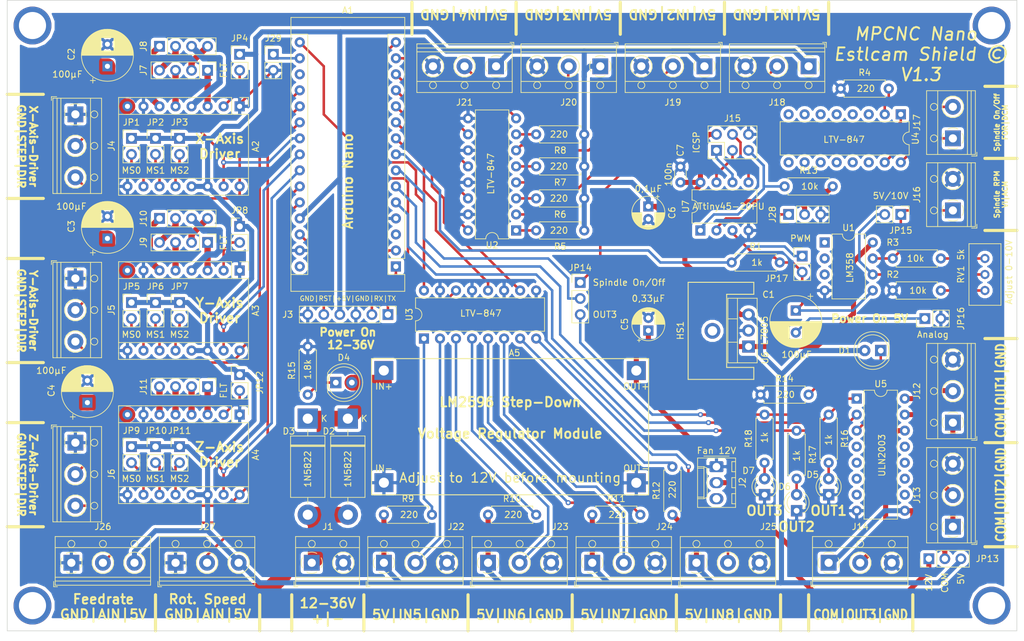
<source format=kicad_pcb>
(kicad_pcb (version 20171130) (host pcbnew "(5.0.2)-1")
  (title_block (title "MPCNC Nano Estlcam Shield PCB Layout") (date 2019-03-11) (rev 1.3) (company "T. Nenz") (comment 1 "Created by:") (comment 4 "licensed under Creative Commons BY-NC-SA 4.0 license"))
  (layers (0 F.Cu signal) (31 B.Cu signal) (34 B.Paste user hide) (35 F.Paste user hide) (36 B.SilkS user) (37 F.SilkS user) (38 B.Mask user) (39 F.Mask user) (44 Edge.Cuts user))
  (net 0 "")
  (net 1 +5V)
  (net 2 /Z_STEP)
  (net 3 /Z_DIR)
  (net 4 /Y_STEP)
  (net 5 /Y_DIR)
  (net 6 /X_DIR)
  (net 7 /X_STEP)
  (net 8 /TX)
  (net 9 /RX)
  (net 10 /Feedrate)
  (net 11 /Rot.Speed)
  (net 12 /Spindle_ON_OFF)
  (net 13 /A2Z)
  (net 14 /A1Z)
  (net 15 /B1Z)
  (net 16 /B2Z)
  (net 17 /FOR)
  (net 18 /DCM)
  (net 19 /VI)
  (net 20 "/A1(D3)")
  (net 21 "/A2(D2)")
  (net 22 "/E5(D12)")
  (net 23 "/E6(D13)")
  (net 24 "/E7(D6)")
  (net 25 "/E8(D7)")
  (net 26 "/E4(D11)")
  (net 27 "/E3(D10)")
  (net 28 "/E2(D9)")
  (net 29 "/E1(D8)")
  (net 30 "/Spindle_ON_OFF(D4)")
  (net 31 /5V_10V)
  (net 32 +12V)
  (net 33 GND)
  (net 34 /A2X1)
  (net 35 /A1X2)
  (net 36 /B1X1)
  (net 37 /B2X2)
  (net 38 /B2Y2)
  (net 39 /B1Y1)
  (net 40 /A1Y2)
  (net 41 /A2Y1)
  (net 42 /A1Y1)
  (net 43 /B2Y1)
  (net 44 /B2X1)
  (net 45 /A1X1)
  (net 46 /FLT_X)
  (net 47 /FLT_Z)
  (net 48 /FLT_Y)
  (net 49 "Net-(U5-Pad10)")
  (net 50 "Net-(U5-Pad11)")
  (net 51 "Net-(U5-Pad12)")
  (net 52 "Net-(U5-Pad5)")
  (net 53 "Net-(U5-Pad6)")
  (net 54 "Net-(U5-Pad7)")
  (net 55 "Net-(A1-Pad3)")
  (net 56 "Net-(A1-Pad30)")
  (net 57 "Net-(J2-Pad3)")
  (net 58 "/A3(D4)")
  (net 59 "Net-(U5-Pad4)")
  (net 60 "Net-(U5-Pad13)")
  (net 61 /COM)
  (net 62 "Net-(A1-Pad18)")
  (net 63 /RESET)
  (net 64 /MOSI)
  (net 65 /SERVO_PPM)
  (net 66 /MISO)
  (net 67 /SCK)
  (net 68 /RESET_ATtiny)
  (net 69 /SPINDEL_ON_OFF_R_LED)
  (net 70 "/Spindle_PWM(D5)")
  (net 71 Spindle_Speed_Analog_0-5V)
  (net 72 +3V3)
  (net 73 /M0X)
  (net 74 /M1X)
  (net 75 /M2Z)
  (net 76 /M2Y)
  (net 77 /M1Y)
  (net 78 /M0Y)
  (net 79 /M0Z)
  (net 80 /M1Z)
  (net 81 /D1_R_LED)
  (net 82 /M2X)
  (net 83 VMot)
  (net 84 /D4_R_LED)
  (net 85 /RV1_R2)
  (net 86 /R3_RV1)
  (net 87 VDC)
  (net 88 /D5_R_LED)
  (net 89 /D6_R_LED)
  (net 90 /D7_R_LED)
  (net 91 /IN8)
  (net 92 /IN7)
  (net 93 /IN6)
  (net 94 /IN5)
  (net 95 /IN1)
  (net 96 /IN2)
  (net 97 /IN3)
  (net 98 /IN4)
  (net 99 /IN1_R_LED)
  (net 100 /IN2_R_LED)
  (net 101 /IN3_R_LED)
  (net 102 /IN4_R_LED)
  (net 103 /IN5_R_LED)
  (net 104 /IN6_R_LED)
  (net 105 /IN7_R_LED)
  (net 106 /IN8_R_LED)
  (net 107 /OUT3)
  (net 108 /OUT2)
  (net 109 /OUT1)
  (net 110 /C1_to_JP16)
  (module MPCNC_Shield_Footprints:TO-220-3_Vertical (layer F.Cu) (at 178.98 96.265 90)
    (fp_text reference U6 (at -1.795 2.615 90) (layer F.SilkS))
    (fp_text value L7805)
    (fp_text user %V (at 2.54 2.54 90) (layer F.SilkS))
    (pad 1 thru_hole rect (at 0 0 90) (size 1.905 2) (drill 1.1) (layers *.Cu *.Mask) (net 32 +12V))
    (pad 2 thru_hole oval (at 2.54 0 90) (size 1.905 2) (drill 1.1) (layers *.Cu *.Mask) (net 33 GND))
    (pad 3 thru_hole oval (at 5.08 0 90) (size 1.905 2) (drill 1.1) (layers *.Cu *.Mask) (net 1 +5V))
  )
  (module MPCNC_Shield_Footprints:CP_Radial_D5.0mm_P2.00mm (layer F.Cu) (at 163.105 74.04 270)
    (fp_text reference C6 (at 1 -3.75 270) (layer F.SilkS))
    (fp_text value 0,1µF)
    (fp_text user %V (at -2.794 0) (layer F.SilkS))
    (pad 2 thru_hole circle (at 2 0 270) (size 1.6 1.6) (drill 0.8) (layers *.Cu *.Mask) (net 33 GND))
    (pad 1 thru_hole rect (at 0 0 270) (size 1.6 1.6) (drill 0.8) (layers *.Cu *.Mask) (net 1 +5V))
  )
  (module MPCNC_Shield_Footprints:CP_Radial_D5.0mm_P2.00mm (layer F.Cu) (at 163.105 93.725 90)
    (fp_text reference C5 (at 1 -3.75 90) (layer F.SilkS))
    (fp_text value 0,33µF)
    (fp_text user %V (at 5.08 0 180) (layer F.SilkS))
    (pad 1 thru_hole rect (at 0 0 90) (size 1.6 1.6) (drill 0.8) (layers *.Cu *.Mask) (net 32 +12V))
    (pad 2 thru_hole circle (at 2 0 90) (size 1.6 1.6) (drill 0.8) (layers *.Cu *.Mask) (net 33 GND))
  )
  (module MPCNC_Shield_Footprints:C_Disc_D3.0mm_W1.6mm_P2.50mm (layer F.Cu) (at 168.185 70.23 90)
    (fp_text reference C7 (at 5.08 0 90) (layer F.SilkS))
    (fp_text value 100n)
    (fp_text user %V (at 1.27 -1.905 90) (layer F.SilkS))
    (pad 1 thru_hole circle (at 0 0 90) (size 1.6 1.6) (drill 0.8) (layers *.Cu *.Mask) (net 1 +5V))
    (pad 2 thru_hole circle (at 2.5 0 90) (size 1.6 1.6) (drill 0.8) (layers *.Cu *.Mask) (net 33 GND))
  )
  (module MPCNC_Shield_Footprints:LM2596_Step_Down_Module-21.3x43.6mm (layer F.Cu) (at 121.195 100.075)
    (fp_text reference A5 (at 20.7 -2.8) (layer F.SilkS))
    (fp_text value LM2596_Step_Down_Module)
    (fp_text user OUT- (at 40 15.5) (layer F.SilkS))
    (fp_text user OUT+ (at 40 2.5) (layer F.SilkS))
    (fp_text user IN- (at 0 15.5) (layer F.SilkS))
    (fp_text user IN+ (at 0 2.5) (layer F.SilkS))
    (fp_text user "Voltage Regulator Module" (at 20 10) (layer F.SilkS) (effects (font (size 1.5 1.5) (thickness 0.3))))
    (fp_text user "LM2596 Step-Down" (at 20 5) (layer F.SilkS) (effects (font (size 1.5 1.5) (thickness 0.3))))
    (fp_text user "Adjust to 12V before mounting" (at 20 17) (layer F.SilkS) (effects (font (size 1.5 1.5) (thickness 0.2))))
    (pad 4 thru_hole rect (at 40 17.8) (size 3 3) (drill 1.6) (layers *.Cu *.Mask) (net 33 GND))
    (pad 3 thru_hole rect (at 40 0) (size 3 3) (drill 1.6) (layers *.Cu *.Mask) (net 32 +12V))
    (pad 2 thru_hole rect (at 0 17.78) (size 3 3) (drill 1.6) (layers *.Cu *.Mask) (net 33 GND))
    (pad 1 thru_hole rect (at -0.0127 -0.0127) (size 3 3) (drill 1.6) (layers *.Cu *.Mask) (net 83 VMot))
  )
  (module MountingHole:MountingHole_4.3mm_M4_DIN965_Pad (layer F.Cu) (at 217.505 45.35)
    (fp_text reference H3 hide)
    (fp_text value MountingHole)
    (pad 3 thru_hole circle (at 0 0) (size 6 6) (drill 4.3) (layers *.Cu *.Mask))
  )
  (module MountingHole:MountingHole_4.3mm_M4_DIN965_Pad (layer F.Cu) (at 65.505 137.35)
    (fp_text reference H1 hide)
    (fp_text value MountingHole)
    (pad 1 thru_hole circle (at 0 0) (size 6 6) (drill 4.3) (layers *.Cu *.Mask))
  )
  (module MountingHole:MountingHole_4.3mm_M4_DIN965_Pad (layer F.Cu) (at 217.505 137.35)
    (fp_text reference H2 hide)
    (fp_text value MountingHole)
    (pad 2 thru_hole circle (at 0 0) (size 6 6) (drill 4.3) (layers *.Cu *.Mask))
  )
  (module MountingHole:MountingHole_4.3mm_M4_DIN965_Pad (layer F.Cu) (at 65.505 45.35)
    (fp_text reference H4 hide)
    (fp_text value MountingHole)
    (pad 4 thru_hole circle (at 0 0) (size 6 6) (drill 4.3) (layers *.Cu *.Mask))
  )
  (module MPCNC_Shield_Footprints:R_Axial_DIN0207_L6.3mm_D2.5mm_P7.62mm_Horizontal (layer F.Cu) (at 152.945 67.69 180)
    (fp_text reference R7 (at 3.81 -2.54 180) (layer F.SilkS))
    (fp_text value 220)
    (fp_text user %V (at 4 0 180) (layer F.SilkS))
    (pad 2 thru_hole oval (at 7.62 0 180) (size 1.6 1.6) (drill 0.8) (layers *.Cu *.Mask) (net 101 /IN3_R_LED))
    (pad 1 thru_hole circle (at 0 0 180) (size 1.6 1.6) (drill 0.8) (layers *.Cu *.Mask) (net 1 +5V))
  )
  (module MPCNC_Shield_Footprints:R_Axial_DIN0207_L6.3mm_D2.5mm_P7.62mm_Horizontal (layer F.Cu) (at 152.945 62.61 180)
    (fp_text reference R8 (at 3.81 -2.54 180) (layer F.SilkS))
    (fp_text value 220)
    (fp_text user %V (at 4 0 180) (layer F.SilkS))
    (pad 2 thru_hole oval (at 7.62 0 180) (size 1.6 1.6) (drill 0.8) (layers *.Cu *.Mask) (net 102 /IN4_R_LED))
    (pad 1 thru_hole circle (at 0 0 180) (size 1.6 1.6) (drill 0.8) (layers *.Cu *.Mask) (net 1 +5V))
  )
  (module MPCNC_Shield_Footprints:CP_Radial_D8.0mm_P3.50mm (layer F.Cu) (at 186.473 90.55 270)
    (fp_text reference C1 (at -2.54 4.318 180) (layer F.SilkS))
    (fp_text value 100µF)
    (fp_text user %V (at 6.985 -0.127) (layer F.SilkS))
    (pad 1 thru_hole rect (at 0 0 270) (size 1.6 1.6) (drill 0.8) (layers *.Cu *.Mask) (net 71 Spindle_Speed_Analog_0-5V))
    (pad 2 thru_hole circle (at 3.5 0 270) (size 1.6 1.6) (drill 0.8) (layers *.Cu *.Mask) (net 110 /C1_to_JP16))
  )
  (module MPCNC_Shield_Footprints:CP_Radial_D8.0mm_P3.50mm (layer F.Cu) (at 77.38 79.12 90)
    (fp_text reference C3 (at 1.905 -5.715 270) (layer F.SilkS))
    (fp_text value 100µF)
    (fp_text user %V (at 5.08 -5.715 180) (layer F.SilkS))
    (pad 1 thru_hole rect (at 0 0 90) (size 1.6 1.6) (drill 0.8) (layers *.Cu *.Mask) (net 83 VMot))
    (pad 2 thru_hole circle (at 3.5 0 90) (size 1.6 1.6) (drill 0.8) (layers *.Cu *.Mask) (net 33 GND))
  )
  (module MPCNC_Shield_Footprints:CP_Radial_D8.0mm_P3.50mm (layer F.Cu) (at 74.205 105.155 90)
    (fp_text reference C4 (at 1.905 -5.715 270) (layer F.SilkS))
    (fp_text value 100µF)
    (fp_text user %V (at 5.08 -5.715 180) (layer F.SilkS))
    (pad 1 thru_hole rect (at 0 0 90) (size 1.6 1.6) (drill 0.8) (layers *.Cu *.Mask) (net 83 VMot))
    (pad 2 thru_hole circle (at 3.5 0 90) (size 1.6 1.6) (drill 0.8) (layers *.Cu *.Mask) (net 33 GND))
  )
  (module MPCNC_Shield_Footprints:CP_Radial_D8.0mm_P3.50mm (layer F.Cu) (at 77.38 51.815 90)
    (fp_text reference C2 (at 1.905 -5.715 270) (layer F.SilkS))
    (fp_text value 100µF)
    (fp_text user %V (at -1.27 -6.35 180) (layer F.SilkS))
    (pad 1 thru_hole rect (at 0 0 90) (size 1.6 1.6) (drill 0.8) (layers *.Cu *.Mask) (net 83 VMot))
    (pad 2 thru_hole circle (at 3.5 0 90) (size 1.6 1.6) (drill 0.8) (layers *.Cu *.Mask) (net 33 GND))
  )
  (module MPCNC_Shield_Footprints:DIP-16_W7.62mm (layer F.Cu) (at 196.125 104.52)
    (fp_text reference U5 (at 3.81 -2.33) (layer F.SilkS))
    (fp_text value ULN2003)
    (fp_text user %V (at 4 9 90) (layer F.SilkS))
    (pad 16 thru_hole oval (at 7.62 0) (size 1.6 1.6) (drill 0.8) (layers *.Cu *.Mask) (net 109 /OUT1))
    (pad 8 thru_hole oval (at 0 17.78) (size 1.6 1.6) (drill 0.8) (layers *.Cu *.Mask) (net 33 GND))
    (pad 15 thru_hole oval (at 7.62 2.54) (size 1.6 1.6) (drill 0.8) (layers *.Cu *.Mask) (net 108 /OUT2))
    (pad 7 thru_hole oval (at 0 15.24) (size 1.6 1.6) (drill 0.8) (layers *.Cu *.Mask) (net 54 "Net-(U5-Pad7)"))
    (pad 14 thru_hole oval (at 7.62 5.08) (size 1.6 1.6) (drill 0.8) (layers *.Cu *.Mask) (net 107 /OUT3))
    (pad 6 thru_hole oval (at 0 12.7) (size 1.6 1.6) (drill 0.8) (layers *.Cu *.Mask) (net 53 "Net-(U5-Pad6)"))
    (pad 13 thru_hole oval (at 7.62 7.62) (size 1.6 1.6) (drill 0.8) (layers *.Cu *.Mask) (net 60 "Net-(U5-Pad13)"))
    (pad 5 thru_hole oval (at 0 10.16) (size 1.6 1.6) (drill 0.8) (layers *.Cu *.Mask) (net 52 "Net-(U5-Pad5)"))
    (pad 12 thru_hole oval (at 7.62 10.16) (size 1.6 1.6) (drill 0.8) (layers *.Cu *.Mask) (net 51 "Net-(U5-Pad12)"))
    (pad 4 thru_hole oval (at 0 7.62) (size 1.6 1.6) (drill 0.8) (layers *.Cu *.Mask) (net 59 "Net-(U5-Pad4)"))
    (pad 11 thru_hole oval (at 7.62 12.7) (size 1.6 1.6) (drill 0.8) (layers *.Cu *.Mask) (net 50 "Net-(U5-Pad11)"))
    (pad 3 thru_hole oval (at 0 5.08) (size 1.6 1.6) (drill 0.8) (layers *.Cu *.Mask) (net 58 "/A3(D4)"))
    (pad 10 thru_hole oval (at 7.62 15.24) (size 1.6 1.6) (drill 0.8) (layers *.Cu *.Mask) (net 49 "Net-(U5-Pad10)"))
    (pad 2 thru_hole oval (at 0 2.54) (size 1.6 1.6) (drill 0.8) (layers *.Cu *.Mask) (net 21 "/A2(D2)"))
    (pad 9 thru_hole oval (at 7.62 17.78) (size 1.6 1.6) (drill 0.8) (layers *.Cu *.Mask) (net 61 /COM))
    (pad 1 thru_hole rect (at 0 0) (size 1.6 1.6) (drill 0.8) (layers *.Cu *.Mask) (net 20 "/A1(D3)"))
  )
  (module MPCNC_Shield_Footprints:DIP-16_W7.62mm (layer F.Cu) (at 142.15 77.85 180)
    (fp_text reference U2 (at 3.81 -2.33 180) (layer F.SilkS))
    (fp_text value LTV-847)
    (fp_text user %V (at 4 9 270) (layer F.SilkS))
    (pad 16 thru_hole oval (at 7.62 0 180) (size 1.6 1.6) (drill 0.8) (layers *.Cu *.Mask) (net 29 "/E1(D8)"))
    (pad 8 thru_hole oval (at 0 17.78 180) (size 1.6 1.6) (drill 0.8) (layers *.Cu *.Mask) (net 98 /IN4))
    (pad 15 thru_hole oval (at 7.62 2.54 180) (size 1.6 1.6) (drill 0.8) (layers *.Cu *.Mask) (net 33 GND))
    (pad 7 thru_hole oval (at 0 15.24 180) (size 1.6 1.6) (drill 0.8) (layers *.Cu *.Mask) (net 102 /IN4_R_LED))
    (pad 14 thru_hole oval (at 7.62 5.08 180) (size 1.6 1.6) (drill 0.8) (layers *.Cu *.Mask) (net 28 "/E2(D9)"))
    (pad 6 thru_hole oval (at 0 12.7 180) (size 1.6 1.6) (drill 0.8) (layers *.Cu *.Mask) (net 97 /IN3))
    (pad 13 thru_hole oval (at 7.62 7.62 180) (size 1.6 1.6) (drill 0.8) (layers *.Cu *.Mask) (net 33 GND))
    (pad 5 thru_hole oval (at 0 10.16 180) (size 1.6 1.6) (drill 0.8) (layers *.Cu *.Mask) (net 101 /IN3_R_LED))
    (pad 12 thru_hole oval (at 7.62 10.16 180) (size 1.6 1.6) (drill 0.8) (layers *.Cu *.Mask) (net 27 "/E3(D10)"))
    (pad 4 thru_hole oval (at 0 7.62 180) (size 1.6 1.6) (drill 0.8) (layers *.Cu *.Mask) (net 96 /IN2))
    (pad 11 thru_hole oval (at 7.62 12.7 180) (size 1.6 1.6) (drill 0.8) (layers *.Cu *.Mask) (net 33 GND))
    (pad 3 thru_hole oval (at 0 5.08 180) (size 1.6 1.6) (drill 0.8) (layers *.Cu *.Mask) (net 100 /IN2_R_LED))
    (pad 10 thru_hole oval (at 7.62 15.24 180) (size 1.6 1.6) (drill 0.8) (layers *.Cu *.Mask) (net 26 "/E4(D11)"))
    (pad 2 thru_hole oval (at 0 2.54 180) (size 1.6 1.6) (drill 0.8) (layers *.Cu *.Mask) (net 95 /IN1))
    (pad 9 thru_hole oval (at 7.62 17.78 180) (size 1.6 1.6) (drill 0.8) (layers *.Cu *.Mask) (net 33 GND))
    (pad 1 thru_hole rect (at 0 0 180) (size 1.6 1.6) (drill 0.8) (layers *.Cu *.Mask) (net 99 /IN1_R_LED))
  )
  (module MPCNC_Shield_Footprints:DIP-16_W7.62mm (layer F.Cu) (at 127.545 94.995 90)
    (fp_text reference U3 (at 3.81 -2.33 90) (layer F.SilkS))
    (fp_text value LTV-847)
    (fp_text user %V (at 4 9 180) (layer F.SilkS))
    (pad 16 thru_hole oval (at 7.62 0 90) (size 1.6 1.6) (drill 0.8) (layers *.Cu *.Mask) (net 22 "/E5(D12)"))
    (pad 8 thru_hole oval (at 0 17.78 90) (size 1.6 1.6) (drill 0.8) (layers *.Cu *.Mask) (net 91 /IN8))
    (pad 15 thru_hole oval (at 7.62 2.54 90) (size 1.6 1.6) (drill 0.8) (layers *.Cu *.Mask) (net 33 GND))
    (pad 7 thru_hole oval (at 0 15.24 90) (size 1.6 1.6) (drill 0.8) (layers *.Cu *.Mask) (net 106 /IN8_R_LED))
    (pad 14 thru_hole oval (at 7.62 5.08 90) (size 1.6 1.6) (drill 0.8) (layers *.Cu *.Mask) (net 23 "/E6(D13)"))
    (pad 6 thru_hole oval (at 0 12.7 90) (size 1.6 1.6) (drill 0.8) (layers *.Cu *.Mask) (net 92 /IN7))
    (pad 13 thru_hole oval (at 7.62 7.62 90) (size 1.6 1.6) (drill 0.8) (layers *.Cu *.Mask) (net 33 GND))
    (pad 5 thru_hole oval (at 0 10.16 90) (size 1.6 1.6) (drill 0.8) (layers *.Cu *.Mask) (net 105 /IN7_R_LED))
    (pad 12 thru_hole oval (at 7.62 10.16 90) (size 1.6 1.6) (drill 0.8) (layers *.Cu *.Mask) (net 24 "/E7(D6)"))
    (pad 4 thru_hole oval (at 0 7.62 90) (size 1.6 1.6) (drill 0.8) (layers *.Cu *.Mask) (net 93 /IN6))
    (pad 11 thru_hole oval (at 7.62 12.7 90) (size 1.6 1.6) (drill 0.8) (layers *.Cu *.Mask) (net 33 GND))
    (pad 3 thru_hole oval (at 0 5.08 90) (size 1.6 1.6) (drill 0.8) (layers *.Cu *.Mask) (net 104 /IN6_R_LED))
    (pad 10 thru_hole oval (at 7.62 15.24 90) (size 1.6 1.6) (drill 0.8) (layers *.Cu *.Mask) (net 25 "/E8(D7)"))
    (pad 2 thru_hole oval (at 0 2.54 90) (size 1.6 1.6) (drill 0.8) (layers *.Cu *.Mask) (net 94 /IN5))
    (pad 9 thru_hole oval (at 7.62 17.78 90) (size 1.6 1.6) (drill 0.8) (layers *.Cu *.Mask) (net 33 GND))
    (pad 1 thru_hole rect (at 0 0 90) (size 1.6 1.6) (drill 0.8) (layers *.Cu *.Mask) (net 103 /IN5_R_LED))
  )
  (module MPCNC_Shield_Footprints:DIP-16_W7.62mm (layer F.Cu) (at 203.11 59.435 270)
    (fp_text reference U4 (at 3.81 -2.33 270) (layer F.SilkS))
    (fp_text value LTV-847)
    (fp_text user %V (at 4 9) (layer F.SilkS))
    (pad 16 thru_hole oval (at 7.62 0 270) (size 1.6 1.6) (drill 0.8) (layers *.Cu *.Mask) (net 17 /FOR))
    (pad 8 thru_hole oval (at 0 17.78 270) (size 1.6 1.6) (drill 0.8) (layers *.Cu *.Mask))
    (pad 15 thru_hole oval (at 7.62 2.54 270) (size 1.6 1.6) (drill 0.8) (layers *.Cu *.Mask) (net 18 /DCM))
    (pad 7 thru_hole oval (at 0 15.24 270) (size 1.6 1.6) (drill 0.8) (layers *.Cu *.Mask))
    (pad 14 thru_hole oval (at 7.62 5.08 270) (size 1.6 1.6) (drill 0.8) (layers *.Cu *.Mask))
    (pad 6 thru_hole oval (at 0 12.7 270) (size 1.6 1.6) (drill 0.8) (layers *.Cu *.Mask))
    (pad 13 thru_hole oval (at 7.62 7.62 270) (size 1.6 1.6) (drill 0.8) (layers *.Cu *.Mask))
    (pad 5 thru_hole oval (at 0 10.16 270) (size 1.6 1.6) (drill 0.8) (layers *.Cu *.Mask))
    (pad 12 thru_hole oval (at 7.62 10.16 270) (size 1.6 1.6) (drill 0.8) (layers *.Cu *.Mask))
    (pad 4 thru_hole oval (at 0 7.62 270) (size 1.6 1.6) (drill 0.8) (layers *.Cu *.Mask))
    (pad 11 thru_hole oval (at 7.62 12.7 270) (size 1.6 1.6) (drill 0.8) (layers *.Cu *.Mask))
    (pad 3 thru_hole oval (at 0 5.08 270) (size 1.6 1.6) (drill 0.8) (layers *.Cu *.Mask))
    (pad 10 thru_hole oval (at 7.62 15.24 270) (size 1.6 1.6) (drill 0.8) (layers *.Cu *.Mask))
    (pad 2 thru_hole oval (at 0 2.54 270) (size 1.6 1.6) (drill 0.8) (layers *.Cu *.Mask) (net 69 /SPINDEL_ON_OFF_R_LED))
    (pad 9 thru_hole oval (at 7.62 17.78 270) (size 1.6 1.6) (drill 0.8) (layers *.Cu *.Mask))
    (pad 1 thru_hole rect (at 0 0 270) (size 1.6 1.6) (drill 0.8) (layers *.Cu *.Mask) (net 12 /Spindle_ON_OFF))
  )
  (module MPCNC_Shield_Footprints:DIP-8_W7.62mm (layer F.Cu) (at 171.36 77.85 90)
    (fp_text reference U7 (at 3.81 -2.33 90) (layer F.SilkS))
    (fp_text value ATtiny45-20PU)
    (fp_text user %V (at 3.81 4.445 180) (layer F.SilkS))
    (pad 8 thru_hole oval (at 7.62 0 90) (size 1.6 1.6) (drill 0.8) (layers *.Cu *.Mask) (net 1 +5V))
    (pad 4 thru_hole oval (at 0 7.62 90) (size 1.6 1.6) (drill 0.8) (layers *.Cu *.Mask) (net 33 GND))
    (pad 7 thru_hole oval (at 7.62 2.54 90) (size 1.6 1.6) (drill 0.8) (layers *.Cu *.Mask) (net 67 /SCK))
    (pad 3 thru_hole oval (at 0 5.08 90) (size 1.6 1.6) (drill 0.8) (layers *.Cu *.Mask) (net 71 Spindle_Speed_Analog_0-5V))
    (pad 6 thru_hole oval (at 7.62 5.08 90) (size 1.6 1.6) (drill 0.8) (layers *.Cu *.Mask) (net 66 /MISO))
    (pad 2 thru_hole oval (at 0 2.54 90) (size 1.6 1.6) (drill 0.8) (layers *.Cu *.Mask) (net 65 /SERVO_PPM))
    (pad 5 thru_hole oval (at 7.62 7.62 90) (size 1.6 1.6) (drill 0.8) (layers *.Cu *.Mask) (net 64 /MOSI))
    (pad 1 thru_hole rect (at 0 0 90) (size 1.6 1.6) (drill 0.8) (layers *.Cu *.Mask) (net 68 /RESET_ATtiny))
  )
  (module MPCNC_Shield_Footprints:DIP-8_W7.62mm (layer F.Cu) (at 191.045 79.755)
    (fp_text reference U1 (at 3.81 -2.33) (layer F.SilkS))
    (fp_text value LM358)
    (fp_text user %V (at 4 4 90) (layer F.SilkS))
    (pad 8 thru_hole oval (at 7.62 0) (size 1.6 1.6) (drill 0.8) (layers *.Cu *.Mask) (net 32 +12V))
    (pad 4 thru_hole oval (at 0 7.62) (size 1.6 1.6) (drill 0.8) (layers *.Cu *.Mask) (net 33 GND))
    (pad 7 thru_hole oval (at 7.62 2.54) (size 1.6 1.6) (drill 0.8) (layers *.Cu *.Mask) (net 19 /VI))
    (pad 3 thru_hole oval (at 0 5.08) (size 1.6 1.6) (drill 0.8) (layers *.Cu *.Mask))
    (pad 6 thru_hole oval (at 7.62 5.08) (size 1.6 1.6) (drill 0.8) (layers *.Cu *.Mask) (net 31 /5V_10V))
    (pad 2 thru_hole oval (at 0 2.54) (size 1.6 1.6) (drill 0.8) (layers *.Cu *.Mask))
    (pad 5 thru_hole oval (at 7.62 7.62) (size 1.6 1.6) (drill 0.8) (layers *.Cu *.Mask) (net 71 Spindle_Speed_Analog_0-5V))
    (pad 1 thru_hole rect (at 0 0) (size 1.6 1.6) (drill 0.8) (layers *.Cu *.Mask))
  )
  (module MPCNC_Shield_Footprints:D_DO-201AD_P15.24mm_Horizontal (layer F.Cu) (at 115.48 107.695 270)
    (fp_text reference D2 (at 2 3) (layer F.SilkS))
    (fp_text value 1N5822)
    (fp_text user %V (at 8 0 270) (layer F.SilkS))
    (fp_text user K (at 0 -2.6) (layer F.SilkS))
    (pad 1 thru_hole rect (at 0 0 270) (size 3.2 3.2) (drill 1.6) (layers *.Cu *.Mask) (net 83 VMot))
    (pad 2 thru_hole oval (at 15.24 0 270) (size 3.2 3.2) (drill 1.6) (layers *.Cu *.Mask) (net 87 VDC))
  )
  (module MPCNC_Shield_Footprints:D_DO-201AD_P15.24mm_Horizontal (layer F.Cu) (at 109.13 107.695 270)
    (fp_text reference D3 (at 2 3) (layer F.SilkS))
    (fp_text value 1N5822)
    (fp_text user %V (at 8 0 270) (layer F.SilkS))
    (fp_text user K (at 0 -2.6) (layer F.SilkS))
    (pad 1 thru_hole rect (at 0 0 270) (size 3.2 3.2) (drill 1.6) (layers *.Cu *.Mask) (net 83 VMot))
    (pad 2 thru_hole oval (at 15.24 0 270) (size 3.2 3.2) (drill 1.6) (layers *.Cu *.Mask) (net 87 VDC))
  )
  (module MPCNC_Shield_Footprints:R_Axial_DIN0207_L6.3mm_D2.5mm_P7.62mm_Horizontal (layer F.Cu) (at 166.915 122.935 90)
    (fp_text reference R12 (at 3.81 -2.54 90) (layer F.SilkS))
    (fp_text value 220)
    (fp_text user %V (at 4 0 90) (layer F.SilkS))
    (pad 2 thru_hole oval (at 7.62 0 90) (size 1.6 1.6) (drill 0.8) (layers *.Cu *.Mask) (net 106 /IN8_R_LED))
    (pad 1 thru_hole circle (at 0 0 90) (size 1.6 1.6) (drill 0.8) (layers *.Cu *.Mask) (net 1 +5V))
  )
  (module MPCNC_Shield_Footprints:R_Axial_DIN0207_L6.3mm_D2.5mm_P7.62mm_Horizontal (layer F.Cu) (at 193.585 55.35)
    (fp_text reference R4 (at 3.81 -2.54) (layer F.SilkS))
    (fp_text value 220)
    (fp_text user %V (at 4 0) (layer F.SilkS))
    (pad 2 thru_hole oval (at 7.62 0) (size 1.6 1.6) (drill 0.8) (layers *.Cu *.Mask) (net 69 /SPINDEL_ON_OFF_R_LED))
    (pad 1 thru_hole circle (at 0 0) (size 1.6 1.6) (drill 0.8) (layers *.Cu *.Mask) (net 33 GND))
  )
  (module MPCNC_Shield_Footprints:R_Axial_DIN0207_L6.3mm_D2.5mm_P7.62mm_Horizontal (layer F.Cu) (at 201.84 87.375)
    (fp_text reference R2 (at 0 -2.54) (layer F.SilkS))
    (fp_text value 10k)
    (fp_text user %V (at 4 0) (layer F.SilkS))
    (pad 2 thru_hole oval (at 7.62 0) (size 1.6 1.6) (drill 0.8) (layers *.Cu *.Mask) (net 85 /RV1_R2))
    (pad 1 thru_hole circle (at 0 0) (size 1.6 1.6) (drill 0.8) (layers *.Cu *.Mask) (net 33 GND))
  )
  (module MPCNC_Shield_Footprints:R_Axial_DIN0207_L6.3mm_D2.5mm_P7.62mm_Horizontal (layer F.Cu) (at 176.313 82.93)
    (fp_text reference R1 (at 3.81 -2.54) (layer F.SilkS))
    (fp_text value 1k)
    (fp_text user %V (at 4 0) (layer F.SilkS))
    (pad 2 thru_hole oval (at 7.62 0) (size 1.6 1.6) (drill 0.8) (layers *.Cu *.Mask) (net 71 Spindle_Speed_Analog_0-5V))
    (pad 1 thru_hole circle (at 0 0) (size 1.6 1.6) (drill 0.8) (layers *.Cu *.Mask) (net 70 "/Spindle_PWM(D5)"))
  )
  (module MPCNC_Shield_Footprints:R_Axial_DIN0207_L6.3mm_D2.5mm_P7.62mm_Horizontal (layer F.Cu) (at 152.945 77.85 180)
    (fp_text reference R5 (at 3.81 -2.54 180) (layer F.SilkS))
    (fp_text value 220)
    (fp_text user %V (at 4 0 180) (layer F.SilkS))
    (pad 2 thru_hole oval (at 7.62 0 180) (size 1.6 1.6) (drill 0.8) (layers *.Cu *.Mask) (net 99 /IN1_R_LED))
    (pad 1 thru_hole circle (at 0 0 180) (size 1.6 1.6) (drill 0.8) (layers *.Cu *.Mask) (net 1 +5V))
  )
  (module MPCNC_Shield_Footprints:R_Axial_DIN0207_L6.3mm_D2.5mm_P7.62mm_Horizontal (layer F.Cu) (at 152.945 72.77 180)
    (fp_text reference R6 (at 3.81 -2.54 180) (layer F.SilkS))
    (fp_text value 220)
    (fp_text user %V (at 4 0 180) (layer F.SilkS))
    (pad 2 thru_hole oval (at 7.62 0 180) (size 1.6 1.6) (drill 0.8) (layers *.Cu *.Mask) (net 100 /IN2_R_LED))
    (pad 1 thru_hole circle (at 0 0 180) (size 1.6 1.6) (drill 0.8) (layers *.Cu *.Mask) (net 1 +5V))
  )
  (module MPCNC_Shield_Footprints:R_Axial_DIN0207_L6.3mm_D2.5mm_P7.62mm_Horizontal (layer F.Cu) (at 121.195 122.935)
    (fp_text reference R9 (at 3.81 -2.54) (layer F.SilkS))
    (fp_text value 220)
    (fp_text user %V (at 4 0) (layer F.SilkS))
    (pad 2 thru_hole oval (at 7.62 0) (size 1.6 1.6) (drill 0.8) (layers *.Cu *.Mask) (net 103 /IN5_R_LED))
    (pad 1 thru_hole circle (at 0 0) (size 1.6 1.6) (drill 0.8) (layers *.Cu *.Mask) (net 1 +5V))
  )
  (module MPCNC_Shield_Footprints:R_Axial_DIN0207_L6.3mm_D2.5mm_P7.62mm_Horizontal (layer F.Cu) (at 154.215 122.935)
    (fp_text reference R11 (at 3.81 -2.54) (layer F.SilkS))
    (fp_text value 220)
    (fp_text user %V (at 4 0) (layer F.SilkS))
    (pad 2 thru_hole oval (at 7.62 0) (size 1.6 1.6) (drill 0.8) (layers *.Cu *.Mask) (net 105 /IN7_R_LED))
    (pad 1 thru_hole circle (at 0 0) (size 1.6 1.6) (drill 0.8) (layers *.Cu *.Mask) (net 1 +5V))
  )
  (module MPCNC_Shield_Footprints:R_Axial_DIN0207_L6.3mm_D2.5mm_P7.62mm_Horizontal (layer F.Cu) (at 184.695 70.865)
    (fp_text reference R13 (at 3.81 -2.54) (layer F.SilkS))
    (fp_text value 10k)
    (fp_text user %V (at 4 0) (layer F.SilkS))
    (pad 2 thru_hole oval (at 7.62 0) (size 1.6 1.6) (drill 0.8) (layers *.Cu *.Mask) (net 1 +5V))
    (pad 1 thru_hole circle (at 0 0) (size 1.6 1.6) (drill 0.8) (layers *.Cu *.Mask) (net 68 /RESET_ATtiny))
  )
  (module MPCNC_Shield_Footprints:R_Axial_DIN0207_L6.3mm_D2.5mm_P7.62mm_Horizontal (layer F.Cu) (at 180.885 103.885)
    (fp_text reference R14 (at 3.81 -2.54) (layer F.SilkS))
    (fp_text value 220)
    (fp_text user %V (at 4 0) (layer F.SilkS))
    (pad 2 thru_hole oval (at 7.62 0) (size 1.6 1.6) (drill 0.8) (layers *.Cu *.Mask) (net 81 /D1_R_LED))
    (pad 1 thru_hole circle (at 0 0) (size 1.6 1.6) (drill 0.8) (layers *.Cu *.Mask) (net 33 GND))
  )
  (module MPCNC_Shield_Footprints:R_Axial_DIN0207_L6.3mm_D2.5mm_P7.62mm_Horizontal (layer F.Cu) (at 109.13 103.885 90)
    (fp_text reference R15 (at 3.81 -2.54 90) (layer F.SilkS))
    (fp_text value 1.8k)
    (fp_text user %V (at 4 0 90) (layer F.SilkS))
    (pad 2 thru_hole oval (at 7.62 0 90) (size 1.6 1.6) (drill 0.8) (layers *.Cu *.Mask) (net 33 GND))
    (pad 1 thru_hole circle (at 0 0 90) (size 1.6 1.6) (drill 0.8) (layers *.Cu *.Mask) (net 84 /D4_R_LED))
  )
  (module MPCNC_Shield_Footprints:R_Axial_DIN0207_L6.3mm_D2.5mm_P7.62mm_Horizontal (layer F.Cu) (at 191.68 107.06 270)
    (fp_text reference R16 (at 3.81 -2.54 270) (layer F.SilkS))
    (fp_text value 1k)
    (fp_text user %V (at 4 0 270) (layer F.SilkS))
    (pad 2 thru_hole oval (at 7.62 0 270) (size 1.6 1.6) (drill 0.8) (layers *.Cu *.Mask) (net 88 /D5_R_LED))
    (pad 1 thru_hole circle (at 0 0 270) (size 1.6 1.6) (drill 0.8) (layers *.Cu *.Mask) (net 20 "/A1(D3)"))
  )
  (module MPCNC_Shield_Footprints:R_Axial_DIN0207_L6.3mm_D2.5mm_P7.62mm_Horizontal (layer F.Cu) (at 186.6 109.6 270)
    (fp_text reference R17 (at 3.81 -2.54 270) (layer F.SilkS))
    (fp_text value 1k)
    (fp_text user %V (at 4 0 270) (layer F.SilkS))
    (pad 2 thru_hole oval (at 7.62 0 270) (size 1.6 1.6) (drill 0.8) (layers *.Cu *.Mask) (net 89 /D6_R_LED))
    (pad 1 thru_hole circle (at 0 0 270) (size 1.6 1.6) (drill 0.8) (layers *.Cu *.Mask) (net 21 "/A2(D2)"))
  )
  (module MPCNC_Shield_Footprints:R_Axial_DIN0207_L6.3mm_D2.5mm_P7.62mm_Horizontal (layer F.Cu) (at 181.52 114.68 90)
    (fp_text reference R18 (at 3.81 -2.54 90) (layer F.SilkS))
    (fp_text value 1k)
    (fp_text user %V (at 4 0 90) (layer F.SilkS))
    (pad 2 thru_hole oval (at 7.62 0 90) (size 1.6 1.6) (drill 0.8) (layers *.Cu *.Mask) (net 58 "/A3(D4)"))
    (pad 1 thru_hole circle (at 0 0 90) (size 1.6 1.6) (drill 0.8) (layers *.Cu *.Mask) (net 90 /D7_R_LED))
  )
  (module MPCNC_Shield_Footprints:R_Axial_DIN0207_L6.3mm_D2.5mm_P7.62mm_Horizontal (layer F.Cu) (at 209.46 82.295 180)
    (fp_text reference R3 (at 7.62 2.54 180) (layer F.SilkS))
    (fp_text value 10k)
    (fp_text user %V (at 4 0 180) (layer F.SilkS))
    (pad 2 thru_hole oval (at 7.62 0 180) (size 1.6 1.6) (drill 0.8) (layers *.Cu *.Mask) (net 19 /VI))
    (pad 1 thru_hole circle (at 0 0 180) (size 1.6 1.6) (drill 0.8) (layers *.Cu *.Mask) (net 86 /R3_RV1))
  )
  (module MPCNC_Shield_Footprints:R_Axial_DIN0207_L6.3mm_D2.5mm_P7.62mm_Horizontal (layer F.Cu) (at 137.705 122.935)
    (fp_text reference R10 (at 3.81 -2.54) (layer F.SilkS))
    (fp_text value 220)
    (fp_text user %V (at 4 0) (layer F.SilkS))
    (pad 2 thru_hole oval (at 7.62 0) (size 1.6 1.6) (drill 0.8) (layers *.Cu *.Mask) (net 104 /IN6_R_LED))
    (pad 1 thru_hole circle (at 0 0) (size 1.6 1.6) (drill 0.8) (layers *.Cu *.Mask) (net 1 +5V))
  )
  (module MPCNC_Shield_Footprints:Potentiometer_Bourns_3296W_Vertical (layer F.Cu) (at 216.445 82.295 90)
    (fp_text reference RV1 (at -2.54 -3.81 90) (layer F.SilkS))
    (fp_text value 5k)
    (fp_text user %V (at 0.635 -3.81 90) (layer F.SilkS))
    (pad 3 thru_hole circle (at -5.08 0 90) (size 1.44 1.44) (drill 0.8) (layers *.Cu *.Mask) (net 85 /RV1_R2))
    (pad 2 thru_hole circle (at -2.54 0 90) (size 1.44 1.44) (drill 0.8) (layers *.Cu *.Mask) (net 31 /5V_10V))
    (pad 1 thru_hole circle (at 0 0 90) (size 1.44 1.44) (drill 0.8) (layers *.Cu *.Mask) (net 86 /R3_RV1))
  )
  (module MPCNC_Shield_Footprints:Arduino_Nano (layer F.Cu) (at 123.1 83.565 180)
    (fp_text reference A1 (at 7.62 40.64 180) (layer F.SilkS))
    (fp_text value "Arduino Nano")
    (fp_text user %V (at 7.6 13.52 270) (layer F.SilkS) (effects (font (size 1.5 1.5) (thickness 0.3))))
    (pad 16 thru_hole oval (at 15.24 35.56 180) (size 1.6 1.6) (drill 0.8) (layers *.Cu *.Mask) (net 23 "/E6(D13)"))
    (pad 15 thru_hole oval (at 0 35.56 180) (size 1.6 1.6) (drill 0.8) (layers *.Cu *.Mask) (net 22 "/E5(D12)"))
    (pad 30 thru_hole oval (at 15.24 0 180) (size 1.6 1.6) (drill 0.8) (layers *.Cu *.Mask) (net 56 "Net-(A1-Pad30)"))
    (pad 14 thru_hole oval (at 0 33.02 180) (size 1.6 1.6) (drill 0.8) (layers *.Cu *.Mask) (net 26 "/E4(D11)"))
    (pad 29 thru_hole oval (at 15.24 2.54 180) (size 1.6 1.6) (drill 0.8) (layers *.Cu *.Mask) (net 33 GND))
    (pad 13 thru_hole oval (at 0 30.48 180) (size 1.6 1.6) (drill 0.8) (layers *.Cu *.Mask) (net 27 "/E3(D10)"))
    (pad 28 thru_hole oval (at 15.24 5.08 180) (size 1.6 1.6) (drill 0.8) (layers *.Cu *.Mask) (net 63 /RESET))
    (pad 12 thru_hole oval (at 0 27.94 180) (size 1.6 1.6) (drill 0.8) (layers *.Cu *.Mask) (net 28 "/E2(D9)"))
    (pad 27 thru_hole oval (at 15.24 7.62 180) (size 1.6 1.6) (drill 0.8) (layers *.Cu *.Mask) (net 1 +5V))
    (pad 11 thru_hole oval (at 0 25.4 180) (size 1.6 1.6) (drill 0.8) (layers *.Cu *.Mask) (net 29 "/E1(D8)"))
    (pad 26 thru_hole oval (at 15.24 10.16 180) (size 1.6 1.6) (drill 0.8) (layers *.Cu *.Mask) (net 11 /Rot.Speed))
    (pad 10 thru_hole oval (at 0 22.86 180) (size 1.6 1.6) (drill 0.8) (layers *.Cu *.Mask) (net 25 "/E8(D7)"))
    (pad 25 thru_hole oval (at 15.24 12.7 180) (size 1.6 1.6) (drill 0.8) (layers *.Cu *.Mask) (net 10 /Feedrate))
    (pad 9 thru_hole oval (at 0 20.32 180) (size 1.6 1.6) (drill 0.8) (layers *.Cu *.Mask) (net 24 "/E7(D6)"))
    (pad 24 thru_hole oval (at 15.24 15.24 180) (size 1.6 1.6) (drill 0.8) (layers *.Cu *.Mask) (net 2 /Z_STEP))
    (pad 8 thru_hole oval (at 0 17.78 180) (size 1.6 1.6) (drill 0.8) (layers *.Cu *.Mask) (net 70 "/Spindle_PWM(D5)"))
    (pad 23 thru_hole oval (at 15.24 17.78 180) (size 1.6 1.6) (drill 0.8) (layers *.Cu *.Mask) (net 4 /Y_STEP))
    (pad 7 thru_hole oval (at 0 15.24 180) (size 1.6 1.6) (drill 0.8) (layers *.Cu *.Mask) (net 30 "/Spindle_ON_OFF(D4)"))
    (pad 22 thru_hole oval (at 15.24 20.32 180) (size 1.6 1.6) (drill 0.8) (layers *.Cu *.Mask) (net 7 /X_STEP))
    (pad 6 thru_hole oval (at 0 12.7 180) (size 1.6 1.6) (drill 0.8) (layers *.Cu *.Mask) (net 20 "/A1(D3)"))
    (pad 21 thru_hole oval (at 15.24 22.86 180) (size 1.6 1.6) (drill 0.8) (layers *.Cu *.Mask) (net 3 /Z_DIR))
    (pad 5 thru_hole oval (at 0 10.16 180) (size 1.6 1.6) (drill 0.8) (layers *.Cu *.Mask) (net 21 "/A2(D2)"))
    (pad 20 thru_hole oval (at 15.24 25.4 180) (size 1.6 1.6) (drill 0.8) (layers *.Cu *.Mask) (net 5 /Y_DIR))
    (pad 4 thru_hole oval (at 0 7.62 180) (size 1.6 1.6) (drill 0.8) (layers *.Cu *.Mask) (net 33 GND))
    (pad 19 thru_hole oval (at 15.24 27.94 180) (size 1.6 1.6) (drill 0.8) (layers *.Cu *.Mask) (net 6 /X_DIR))
    (pad 3 thru_hole oval (at 0 5.08 180) (size 1.6 1.6) (drill 0.8) (layers *.Cu *.Mask) (net 55 "Net-(A1-Pad3)"))
    (pad 18 thru_hole oval (at 15.24 30.48 180) (size 1.6 1.6) (drill 0.8) (layers *.Cu *.Mask) (net 62 "Net-(A1-Pad18)"))
    (pad 2 thru_hole oval (at 0 2.54 180) (size 1.6 1.6) (drill 0.8) (layers *.Cu *.Mask) (net 9 /RX))
    (pad 17 thru_hole oval (at 15.24 33.02 180) (size 1.6 1.6) (drill 0.8) (layers *.Cu *.Mask) (net 72 +3V3))
    (pad 1 thru_hole rect (at 0 0 180) (size 1.6 1.6) (drill 0.8) (layers *.Cu *.Mask) (net 8 /TX))
  )
  (module MPCNC_Shield_Footprints:Pololu_Breakout-16_15.2x20.3mm (layer F.Cu) (at 98.335 107.06 270)
    (fp_text reference A4 (at 6.35 -2.54 270) (layer F.SilkS))
    (fp_text value Pololu_Breakout_DRV8825)
    (pad 16 thru_hole oval (at 12.7 0 270) (size 1.6 1.6) (drill 0.8) (layers *.Cu *.Mask) (net 3 /Z_DIR))
    (pad 8 thru_hole oval (at 0 17.78 270) (size 1.6 1.6) (drill 0.8) (layers *.Cu *.Mask) (net 83 VMot))
    (pad 15 thru_hole oval (at 12.7 2.54 270) (size 1.6 1.6) (drill 0.8) (layers *.Cu *.Mask) (net 2 /Z_STEP))
    (pad 7 thru_hole oval (at 0 15.24 270) (size 1.6 1.6) (drill 0.8) (layers *.Cu *.Mask) (net 33 GND))
    (pad 14 thru_hole oval (at 12.7 5.08 270) (size 1.6 1.6) (drill 0.8) (layers *.Cu *.Mask) (net 1 +5V))
    (pad 6 thru_hole oval (at 0 12.7 270) (size 1.6 1.6) (drill 0.8) (layers *.Cu *.Mask) (net 16 /B2Z))
    (pad 13 thru_hole oval (at 12.7 7.62 270) (size 1.6 1.6) (drill 0.8) (layers *.Cu *.Mask) (net 1 +5V))
    (pad 5 thru_hole oval (at 0 10.16 270) (size 1.6 1.6) (drill 0.8) (layers *.Cu *.Mask) (net 15 /B1Z))
    (pad 12 thru_hole oval (at 12.7 10.16 270) (size 1.6 1.6) (drill 0.8) (layers *.Cu *.Mask) (net 75 /M2Z))
    (pad 4 thru_hole oval (at 0 7.62 270) (size 1.6 1.6) (drill 0.8) (layers *.Cu *.Mask) (net 14 /A1Z))
    (pad 11 thru_hole oval (at 12.7 12.7 270) (size 1.6 1.6) (drill 0.8) (layers *.Cu *.Mask) (net 80 /M1Z))
    (pad 3 thru_hole oval (at 0 5.08 270) (size 1.6 1.6) (drill 0.8) (layers *.Cu *.Mask) (net 13 /A2Z))
    (pad 10 thru_hole oval (at 12.7 15.24 270) (size 1.6 1.6) (drill 0.8) (layers *.Cu *.Mask) (net 79 /M0Z))
    (pad 2 thru_hole oval (at 0 2.54 270) (size 1.6 1.6) (drill 0.8) (layers *.Cu *.Mask) (net 47 /FLT_Z))
    (pad 9 thru_hole oval (at 12.7 17.78 270) (size 1.6 1.6) (drill 0.8) (layers *.Cu *.Mask) (net 33 GND))
    (pad 1 thru_hole rect (at 0 0 270) (size 1.6 1.6) (drill 0.8) (layers *.Cu *.Mask) (net 33 GND))
  )
  (module MPCNC_Shield_Footprints:Pololu_Breakout-16_15.2x20.3mm (layer F.Cu) (at 98.335 84.2 270)
    (fp_text reference A3 (at 6.35 -2.54 270) (layer F.SilkS))
    (fp_text value Pololu_Breakout_DRV8825)
    (pad 16 thru_hole oval (at 12.7 0 270) (size 1.6 1.6) (drill 0.8) (layers *.Cu *.Mask) (net 5 /Y_DIR))
    (pad 8 thru_hole oval (at 0 17.78 270) (size 1.6 1.6) (drill 0.8) (layers *.Cu *.Mask) (net 83 VMot))
    (pad 15 thru_hole oval (at 12.7 2.54 270) (size 1.6 1.6) (drill 0.8) (layers *.Cu *.Mask) (net 4 /Y_STEP))
    (pad 7 thru_hole oval (at 0 15.24 270) (size 1.6 1.6) (drill 0.8) (layers *.Cu *.Mask) (net 33 GND))
    (pad 14 thru_hole oval (at 12.7 5.08 270) (size 1.6 1.6) (drill 0.8) (layers *.Cu *.Mask) (net 1 +5V))
    (pad 6 thru_hole oval (at 0 12.7 270) (size 1.6 1.6) (drill 0.8) (layers *.Cu *.Mask) (net 38 /B2Y2))
    (pad 13 thru_hole oval (at 12.7 7.62 270) (size 1.6 1.6) (drill 0.8) (layers *.Cu *.Mask) (net 1 +5V))
    (pad 5 thru_hole oval (at 0 10.16 270) (size 1.6 1.6) (drill 0.8) (layers *.Cu *.Mask) (net 39 /B1Y1))
    (pad 12 thru_hole oval (at 12.7 10.16 270) (size 1.6 1.6) (drill 0.8) (layers *.Cu *.Mask) (net 76 /M2Y))
    (pad 4 thru_hole oval (at 0 7.62 270) (size 1.6 1.6) (drill 0.8) (layers *.Cu *.Mask) (net 40 /A1Y2))
    (pad 11 thru_hole oval (at 12.7 12.7 270) (size 1.6 1.6) (drill 0.8) (layers *.Cu *.Mask) (net 77 /M1Y))
    (pad 3 thru_hole oval (at 0 5.08 270) (size 1.6 1.6) (drill 0.8) (layers *.Cu *.Mask) (net 41 /A2Y1))
    (pad 10 thru_hole oval (at 12.7 15.24 270) (size 1.6 1.6) (drill 0.8) (layers *.Cu *.Mask) (net 78 /M0Y))
    (pad 2 thru_hole oval (at 0 2.54 270) (size 1.6 1.6) (drill 0.8) (layers *.Cu *.Mask) (net 48 /FLT_Y))
    (pad 9 thru_hole oval (at 12.7 17.78 270) (size 1.6 1.6) (drill 0.8) (layers *.Cu *.Mask) (net 33 GND))
    (pad 1 thru_hole rect (at 0 0 270) (size 1.6 1.6) (drill 0.8) (layers *.Cu *.Mask) (net 33 GND))
  )
  (module MPCNC_Shield_Footprints:Pololu_Breakout-16_15.2x20.3mm (layer F.Cu) (at 98.335 58.165 270)
    (fp_text reference A2 (at 6.35 -2.54 270) (layer F.SilkS))
    (fp_text value Pololu_Breakout_DRV8825)
    (pad 16 thru_hole oval (at 12.7 0 270) (size 1.6 1.6) (drill 0.8) (layers *.Cu *.Mask) (net 6 /X_DIR))
    (pad 8 thru_hole oval (at 0 17.78 270) (size 1.6 1.6) (drill 0.8) (layers *.Cu *.Mask) (net 83 VMot))
    (pad 15 thru_hole oval (at 12.7 2.54 270) (size 1.6 1.6) (drill 0.8) (layers *.Cu *.Mask) (net 7 /X_STEP))
    (pad 7 thru_hole oval (at 0 15.24 270) (size 1.6 1.6) (drill 0.8) (layers *.Cu *.Mask) (net 33 GND))
    (pad 14 thru_hole oval (at 12.7 5.08 270) (size 1.6 1.6) (drill 0.8) (layers *.Cu *.Mask) (net 1 +5V))
    (pad 6 thru_hole oval (at 0 12.7 270) (size 1.6 1.6) (drill 0.8) (layers *.Cu *.Mask) (net 37 /B2X2))
    (pad 13 thru_hole oval (at 12.7 7.62 270) (size 1.6 1.6) (drill 0.8) (layers *.Cu *.Mask) (net 1 +5V))
    (pad 5 thru_hole oval (at 0 10.16 270) (size 1.6 1.6) (drill 0.8) (layers *.Cu *.Mask) (net 36 /B1X1))
    (pad 12 thru_hole oval (at 12.7 10.16 270) (size 1.6 1.6) (drill 0.8) (layers *.Cu *.Mask) (net 82 /M2X))
    (pad 4 thru_hole oval (at 0 7.62 270) (size 1.6 1.6) (drill 0.8) (layers *.Cu *.Mask) (net 35 /A1X2))
    (pad 11 thru_hole oval (at 12.7 12.7 270) (size 1.6 1.6) (drill 0.8) (layers *.Cu *.Mask) (net 74 /M1X))
    (pad 3 thru_hole oval (at 0 5.08 270) (size 1.6 1.6) (drill 0.8) (layers *.Cu *.Mask) (net 34 /A2X1))
    (pad 10 thru_hole oval (at 12.7 15.24 270) (size 1.6 1.6) (drill 0.8) (layers *.Cu *.Mask) (net 73 /M0X))
    (pad 2 thru_hole oval (at 0 2.54 270) (size 1.6 1.6) (drill 0.8) (layers *.Cu *.Mask) (net 46 /FLT_X))
    (pad 9 thru_hole oval (at 12.7 17.78 270) (size 1.6 1.6) (drill 0.8) (layers *.Cu *.Mask) (net 33 GND))
    (pad 1 thru_hole rect (at 0 0 270) (size 1.6 1.6) (drill 0.8) (layers *.Cu *.Mask) (net 33 GND))
  )
  (module MPCNC_Shield_Footprints:TerminalBlock_RND_205-00013_1x03_P5.00mm_Horizontal (layer F.Cu) (at 88.175 130.555)
    (fp_text reference J27 (at 5 -5.715) (layer F.SilkS))
    (fp_text value Screw_Terminal_01x03)
    (pad 1 thru_hole rect (at 0 0) (size 2.5 2.5) (drill 1.3) (layers *.Cu *.Mask) (net 33 GND))
    (pad 2 thru_hole circle (at 5 0) (size 2.5 2.5) (drill 1.3) (layers *.Cu *.Mask) (net 11 /Rot.Speed))
    (pad 3 thru_hole circle (at 10 0) (size 2.5 2.5) (drill 1.3) (layers *.Cu *.Mask) (net 1 +5V))
  )
  (module "MPCNC_Shield_Footprints:Heatsink_China_TO220_(22x)15x10mm_1xDrill1.5mm" (layer F.Cu) (at 173.265 93.725 90)
    (fp_text reference HS1 (at 0 -5.08 90) (layer F.SilkS))
    (fp_text value "Heatsink 7805")
    (pad 1 thru_hole circle (at -0.05 0 90) (size 2.5 2.5) (drill 1.5) (layers *.Cu *.Mask))
  )
  (module MPCNC_Shield_Footprints:TerminalBlock_RND_205-00012_1x02_P5.00mm_Horizontal (layer F.Cu) (at 211.365 63.245 90)
    (fp_text reference J17 (at 2.5 -5.715 90) (layer F.SilkS))
    (fp_text value Screw_Terminal_01x02)
    (pad 2 thru_hole circle (at 5 0 90) (size 2.5 2.5) (drill 1.3) (layers *.Cu *.Mask) (net 18 /DCM))
    (pad 1 thru_hole rect (at 0 0 90) (size 2.5 2.5) (drill 1.3) (layers *.Cu *.Mask) (net 17 /FOR))
  )
  (module MPCNC_Shield_Footprints:TerminalBlock_RND_205-00012_1x02_P5.00mm_Horizontal (layer F.Cu) (at 211.365 74.675 90)
    (fp_text reference J16 (at 2.5 -5.715 90) (layer F.SilkS))
    (fp_text value Screw_Terminal_01x02)
    (pad 2 thru_hole circle (at 5 0 90) (size 2.5 2.5) (drill 1.3) (layers *.Cu *.Mask) (net 33 GND))
    (pad 1 thru_hole rect (at 0 0 90) (size 2.5 2.5) (drill 1.3) (layers *.Cu *.Mask) (net 19 /VI))
  )
  (module MPCNC_Shield_Footprints:TerminalBlock_RND_205-00012_1x02_P5.00mm_Horizontal (layer F.Cu) (at 109.765 130.555)
    (fp_text reference J1 (at 2.54 -5.715) (layer F.SilkS))
    (fp_text value Screw_Terminal_01x02)
    (pad 2 thru_hole circle (at 5 0) (size 2.5 2.5) (drill 1.3) (layers *.Cu *.Mask) (net 33 GND))
    (pad 1 thru_hole rect (at 0 0) (size 2.5 2.5) (drill 1.3) (layers *.Cu *.Mask) (net 87 VDC))
  )
  (module MPCNC_Shield_Footprints:TerminalBlock_RND_205-00013_1x03_P5.00mm_Horizontal (layer F.Cu) (at 121.195 130.555)
    (fp_text reference J22 (at 11.43 -5.715) (layer F.SilkS))
    (fp_text value Screw_Terminal_01x03)
    (pad 1 thru_hole rect (at 0 0) (size 2.5 2.5) (drill 1.3) (layers *.Cu *.Mask) (net 1 +5V))
    (pad 2 thru_hole circle (at 5 0) (size 2.5 2.5) (drill 1.3) (layers *.Cu *.Mask) (net 94 /IN5))
    (pad 3 thru_hole circle (at 10 0) (size 2.5 2.5) (drill 1.3) (layers *.Cu *.Mask) (net 33 GND))
  )
  (module MPCNC_Shield_Footprints:TerminalBlock_RND_205-00013_1x03_P5.00mm_Horizontal (layer F.Cu) (at 211.365 124.84 90)
    (fp_text reference J13 (at 5 -5.715 90) (layer F.SilkS))
    (fp_text value Screw_Terminal_01x03)
    (pad 1 thru_hole rect (at 0 0 90) (size 2.5 2.5) (drill 1.3) (layers *.Cu *.Mask) (net 61 /COM))
    (pad 2 thru_hole circle (at 5 0 90) (size 2.5 2.5) (drill 1.3) (layers *.Cu *.Mask) (net 108 /OUT2))
    (pad 3 thru_hole circle (at 10 0 90) (size 2.5 2.5) (drill 1.3) (layers *.Cu *.Mask) (net 33 GND))
  )
  (module MPCNC_Shield_Footprints:TerminalBlock_RND_205-00013_1x03_P5.00mm_Horizontal (layer F.Cu) (at 191.68 130.555)
    (fp_text reference J14 (at 5 -5.715) (layer F.SilkS))
    (fp_text value Screw_Terminal_01x03)
    (pad 1 thru_hole rect (at 0 0) (size 2.5 2.5) (drill 1.3) (layers *.Cu *.Mask) (net 61 /COM))
    (pad 2 thru_hole circle (at 5 0) (size 2.5 2.5) (drill 1.3) (layers *.Cu *.Mask) (net 107 /OUT3))
    (pad 3 thru_hole circle (at 10 0) (size 2.5 2.5) (drill 1.3) (layers *.Cu *.Mask) (net 33 GND))
  )
  (module MPCNC_Shield_Footprints:TerminalBlock_RND_205-00013_1x03_P5.00mm_Horizontal (layer F.Cu) (at 211.365 108.33 90)
    (fp_text reference J12 (at 5 -5.715 90) (layer F.SilkS))
    (fp_text value Screw_Terminal_01x03)
    (pad 1 thru_hole rect (at 0 0 90) (size 2.5 2.5) (drill 1.3) (layers *.Cu *.Mask) (net 61 /COM))
    (pad 2 thru_hole circle (at 5 0 90) (size 2.5 2.5) (drill 1.3) (layers *.Cu *.Mask) (net 109 /OUT1))
    (pad 3 thru_hole circle (at 10 0 90) (size 2.5 2.5) (drill 1.3) (layers *.Cu *.Mask) (net 33 GND))
  )
  (module MPCNC_Shield_Footprints:TerminalBlock_RND_205-00013_1x03_P5.00mm_Horizontal (layer F.Cu) (at 138.975 51.815 180)
    (fp_text reference J21 (at 5 -5.715 180) (layer F.SilkS))
    (fp_text value Screw_Terminal_01x03)
    (pad 1 thru_hole rect (at 0 0 180) (size 2.5 2.5) (drill 1.3) (layers *.Cu *.Mask) (net 1 +5V))
    (pad 2 thru_hole circle (at 5 0 180) (size 2.5 2.5) (drill 1.3) (layers *.Cu *.Mask) (net 98 /IN4))
    (pad 3 thru_hole circle (at 10 0 180) (size 2.5 2.5) (drill 1.3) (layers *.Cu *.Mask) (net 33 GND))
  )
  (module MPCNC_Shield_Footprints:TerminalBlock_RND_205-00013_1x03_P5.00mm_Horizontal (layer F.Cu) (at 188.505 51.815 180)
    (fp_text reference J18 (at 5 -5.715 180) (layer F.SilkS))
    (fp_text value Screw_Terminal_01x03)
    (pad 1 thru_hole rect (at 0 0 180) (size 2.5 2.5) (drill 1.3) (layers *.Cu *.Mask) (net 1 +5V))
    (pad 2 thru_hole circle (at 5 0 180) (size 2.5 2.5) (drill 1.3) (layers *.Cu *.Mask) (net 95 /IN1))
    (pad 3 thru_hole circle (at 10 0 180) (size 2.5 2.5) (drill 1.3) (layers *.Cu *.Mask) (net 33 GND))
  )
  (module MPCNC_Shield_Footprints:TerminalBlock_RND_205-00013_1x03_P5.00mm_Horizontal (layer F.Cu) (at 171.995 51.815 180)
    (fp_text reference J19 (at 5 -5.715 180) (layer F.SilkS))
    (fp_text value Screw_Terminal_01x03)
    (pad 1 thru_hole rect (at 0 0 180) (size 2.5 2.5) (drill 1.3) (layers *.Cu *.Mask) (net 1 +5V))
    (pad 2 thru_hole circle (at 5 0 180) (size 2.5 2.5) (drill 1.3) (layers *.Cu *.Mask) (net 96 /IN2))
    (pad 3 thru_hole circle (at 10 0 180) (size 2.5 2.5) (drill 1.3) (layers *.Cu *.Mask) (net 33 GND))
  )
  (module MPCNC_Shield_Footprints:TerminalBlock_RND_205-00013_1x03_P5.00mm_Horizontal (layer F.Cu) (at 155.485 51.815 180)
    (fp_text reference J20 (at 5 -5.715 180) (layer F.SilkS))
    (fp_text value Screw_Terminal_01x03)
    (pad 1 thru_hole rect (at 0 0 180) (size 2.5 2.5) (drill 1.3) (layers *.Cu *.Mask) (net 1 +5V))
    (pad 2 thru_hole circle (at 5 0 180) (size 2.5 2.5) (drill 1.3) (layers *.Cu *.Mask) (net 97 /IN3))
    (pad 3 thru_hole circle (at 10 0 180) (size 2.5 2.5) (drill 1.3) (layers *.Cu *.Mask) (net 33 GND))
  )
  (module MPCNC_Shield_Footprints:TerminalBlock_RND_205-00013_1x03_P5.00mm_Horizontal (layer F.Cu) (at 154.215 130.555)
    (fp_text reference J24 (at 11.43 -5.715) (layer F.SilkS))
    (fp_text value Screw_Terminal_01x03)
    (pad 1 thru_hole rect (at 0 0) (size 2.5 2.5) (drill 1.3) (layers *.Cu *.Mask) (net 1 +5V))
    (pad 2 thru_hole circle (at 5 0) (size 2.5 2.5) (drill 1.3) (layers *.Cu *.Mask) (net 92 /IN7))
    (pad 3 thru_hole circle (at 10 0) (size 2.5 2.5) (drill 1.3) (layers *.Cu *.Mask) (net 33 GND))
  )
  (module MPCNC_Shield_Footprints:TerminalBlock_RND_205-00013_1x03_P5.00mm_Horizontal (layer F.Cu) (at 170.725 130.555)
    (fp_text reference J25 (at 11.43 -5.715) (layer F.SilkS))
    (fp_text value Screw_Terminal_01x03)
    (pad 1 thru_hole rect (at 0 0) (size 2.5 2.5) (drill 1.3) (layers *.Cu *.Mask) (net 1 +5V))
    (pad 2 thru_hole circle (at 5 0) (size 2.5 2.5) (drill 1.3) (layers *.Cu *.Mask) (net 91 /IN8))
    (pad 3 thru_hole circle (at 10 0) (size 2.5 2.5) (drill 1.3) (layers *.Cu *.Mask) (net 33 GND))
  )
  (module MPCNC_Shield_Footprints:TerminalBlock_RND_205-00013_1x03_P5.00mm_Horizontal (layer F.Cu) (at 72.3 59.435 270)
    (fp_text reference J4 (at 5 -5.715 270) (layer F.SilkS))
    (fp_text value Screw_Terminal_01x03)
    (pad 1 thru_hole rect (at 0 0 270) (size 2.5 2.5) (drill 1.3) (layers *.Cu *.Mask) (net 33 GND))
    (pad 2 thru_hole circle (at 5 0 270) (size 2.5 2.5) (drill 1.3) (layers *.Cu *.Mask) (net 7 /X_STEP))
    (pad 3 thru_hole circle (at 10 0 270) (size 2.5 2.5) (drill 1.3) (layers *.Cu *.Mask) (net 6 /X_DIR))
  )
  (module MPCNC_Shield_Footprints:TerminalBlock_RND_205-00013_1x03_P5.00mm_Horizontal (layer F.Cu) (at 72.3 85.47 270)
    (fp_text reference J5 (at 5 -5.715 270) (layer F.SilkS))
    (fp_text value Screw_Terminal_01x03)
    (pad 1 thru_hole rect (at 0 0 270) (size 2.5 2.5) (drill 1.3) (layers *.Cu *.Mask) (net 33 GND))
    (pad 2 thru_hole circle (at 5 0 270) (size 2.5 2.5) (drill 1.3) (layers *.Cu *.Mask) (net 4 /Y_STEP))
    (pad 3 thru_hole circle (at 10 0 270) (size 2.5 2.5) (drill 1.3) (layers *.Cu *.Mask) (net 5 /Y_DIR))
  )
  (module MPCNC_Shield_Footprints:TerminalBlock_RND_205-00013_1x03_P5.00mm_Horizontal (layer F.Cu) (at 72.3 111.505 270)
    (fp_text reference J6 (at 5 -5.715 270) (layer F.SilkS))
    (fp_text value Screw_Terminal_01x03)
    (pad 1 thru_hole rect (at 0 0 270) (size 2.5 2.5) (drill 1.3) (layers *.Cu *.Mask) (net 33 GND))
    (pad 2 thru_hole circle (at 5 0 270) (size 2.5 2.5) (drill 1.3) (layers *.Cu *.Mask) (net 2 /Z_STEP))
    (pad 3 thru_hole circle (at 10 0 270) (size 2.5 2.5) (drill 1.3) (layers *.Cu *.Mask) (net 3 /Z_DIR))
  )
  (module MPCNC_Shield_Footprints:TerminalBlock_RND_205-00013_1x03_P5.00mm_Horizontal (layer F.Cu) (at 137.705 130.555)
    (fp_text reference J23 (at 11.43 -5.715) (layer F.SilkS))
    (fp_text value Screw_Terminal_01x03)
    (pad 1 thru_hole rect (at 0 0) (size 2.5 2.5) (drill 1.3) (layers *.Cu *.Mask) (net 1 +5V))
    (pad 2 thru_hole circle (at 5 0) (size 2.5 2.5) (drill 1.3) (layers *.Cu *.Mask) (net 93 /IN6))
    (pad 3 thru_hole circle (at 10 0) (size 2.5 2.5) (drill 1.3) (layers *.Cu *.Mask) (net 33 GND))
  )
  (module MPCNC_Shield_Footprints:TerminalBlock_RND_205-00013_1x03_P5.00mm_Horizontal (layer F.Cu) (at 71.665 130.555)
    (fp_text reference J26 (at 5 -5.715) (layer F.SilkS))
    (fp_text value Screw_Terminal_01x03)
    (pad 1 thru_hole rect (at 0 0) (size 2.5 2.5) (drill 1.3) (layers *.Cu *.Mask) (net 33 GND))
    (pad 2 thru_hole circle (at 5 0) (size 2.5 2.5) (drill 1.3) (layers *.Cu *.Mask) (net 10 /Feedrate))
    (pad 3 thru_hole circle (at 10 0) (size 2.5 2.5) (drill 1.3) (layers *.Cu *.Mask) (net 1 +5V))
  )
  (module LED_THT:LED_D3.0mm (layer F.Cu) (at 181.52 119.76 90)
    (fp_text reference D7 (at 3.81 -2.54 180) (layer F.SilkS))
    (fp_text value "LED RED")
    (pad 2 thru_hole circle (at 2.54 0 90) (size 1.8 1.8) (drill 0.9) (layers *.Cu *.Mask) (net 90 /D7_R_LED))
    (pad 1 thru_hole rect (at 0 0 90) (size 1.8 1.8) (drill 0.9) (layers *.Cu *.Mask) (net 33 GND))
  )
  (module LED_THT:LED_D3.0mm (layer F.Cu) (at 186.6 122.3 90)
    (fp_text reference D6 (at 3.81 -1.905 180) (layer F.SilkS))
    (fp_text value "LED RED")
    (pad 2 thru_hole circle (at 2.54 0 90) (size 1.8 1.8) (drill 0.9) (layers *.Cu *.Mask) (net 89 /D6_R_LED))
    (pad 1 thru_hole rect (at 0 0 90) (size 1.8 1.8) (drill 0.9) (layers *.Cu *.Mask) (net 33 GND))
  )
  (module LED_THT:LED_D3.0mm (layer F.Cu) (at 191.68 119.76 90)
    (fp_text reference D5 (at 3.175 -2.54 180) (layer F.SilkS))
    (fp_text value "LED RED")
    (pad 2 thru_hole circle (at 2.54 0 90) (size 1.8 1.8) (drill 0.9) (layers *.Cu *.Mask) (net 88 /D5_R_LED))
    (pad 1 thru_hole rect (at 0 0 90) (size 1.8 1.8) (drill 0.9) (layers *.Cu *.Mask) (net 33 GND))
  )
  (module LED_THT:LED_D5.0mm (layer F.Cu) (at 113.575 101.98)
    (fp_text reference D4 (at 1.27 -3.96) (layer F.SilkS))
    (fp_text value "LED RED")
    (pad 2 thru_hole circle (at 2.54 0) (size 1.8 1.8) (drill 0.9) (layers *.Cu *.Mask) (net 83 VMot))
    (pad 1 thru_hole rect (at 0 0) (size 1.8 1.8) (drill 0.9) (layers *.Cu *.Mask) (net 84 /D4_R_LED))
  )
  (module LED_THT:LED_D5.0mm (layer F.Cu) (at 199.935 96.9 180)
    (fp_text reference D1 (at 5.715 0 180) (layer F.SilkS))
    (fp_text value "LED GREEN")
    (pad 2 thru_hole circle (at 2.54 0 180) (size 1.8 1.8) (drill 0.9) (layers *.Cu *.Mask) (net 1 +5V))
    (pad 1 thru_hole rect (at 0 0 180) (size 1.8 1.8) (drill 0.9) (layers *.Cu *.Mask) (net 81 /D1_R_LED))
  )
  (module Connector_PinHeader_2.54mm:PinHeader_1x02_P2.54mm_Vertical (layer F.Cu) (at 103.669 49.91)
    (fp_text reference J29 (at 0 -2.54) (layer F.SilkS))
    (fp_text value Conn_01x02_Male)
    (pad 2 thru_hole oval (at 0 2.54) (size 1.7 1.7) (drill 1) (layers *.Cu *.Mask) (net 33 GND))
    (pad 1 thru_hole rect (at 0 0) (size 1.7 1.7) (drill 1) (layers *.Cu *.Mask) (net 72 +3V3))
  )
  (module Connector_PinHeader_2.54mm:PinHeader_1x03_P2.54mm_Vertical (layer F.Cu) (at 185.33 75.31 90)
    (fp_text reference J28 (at 0 -2.54 90) (layer F.SilkS))
    (fp_text value Conn_01x03_Male)
    (pad 3 thru_hole oval (at 0 5.08 90) (size 1.7 1.7) (drill 1) (layers *.Cu *.Mask) (net 33 GND))
    (pad 2 thru_hole oval (at 0 2.54 90) (size 1.7 1.7) (drill 1) (layers *.Cu *.Mask) (net 1 +5V))
    (pad 1 thru_hole rect (at 0 0 90) (size 1.7 1.7) (drill 1) (layers *.Cu *.Mask) (net 65 /SERVO_PPM))
  )
  (module Connector_PinHeader_2.54mm:PinHeader_2x03_P2.54mm_Vertical (layer F.Cu) (at 173.9 65.15 90)
    (fp_text reference J15 (at 5.08 2.54 180) (layer F.SilkS))
    (fp_text value Conn_02x03_Odd_Even)
    (pad 6 thru_hole oval (at 2.54 5.08 90) (size 1.7 1.7) (drill 1) (layers *.Cu *.Mask) (net 33 GND))
    (pad 5 thru_hole oval (at 0 5.08 90) (size 1.7 1.7) (drill 1) (layers *.Cu *.Mask) (net 68 /RESET_ATtiny))
    (pad 4 thru_hole oval (at 2.54 2.54 90) (size 1.7 1.7) (drill 1) (layers *.Cu *.Mask) (net 64 /MOSI))
    (pad 3 thru_hole oval (at 0 2.54 90) (size 1.7 1.7) (drill 1) (layers *.Cu *.Mask) (net 67 /SCK))
    (pad 2 thru_hole oval (at 2.54 0 90) (size 1.7 1.7) (drill 1) (layers *.Cu *.Mask) (net 1 +5V))
    (pad 1 thru_hole rect (at 0 0 90) (size 1.7 1.7) (drill 1) (layers *.Cu *.Mask) (net 66 /MISO))
  )
  (module Connector_PinHeader_2.54mm:PinHeader_1x06_P2.54mm_Vertical (layer F.Cu) (at 121.83 91.185 270)
    (fp_text reference J3 (at 0 15.875) (layer F.SilkS))
    (fp_text value Conn_01x06_Male)
    (pad 6 thru_hole oval (at 0 12.7 270) (size 1.7 1.7) (drill 1) (layers *.Cu *.Mask) (net 33 GND))
    (pad 5 thru_hole oval (at 0 10.16 270) (size 1.7 1.7) (drill 1) (layers *.Cu *.Mask) (net 63 /RESET))
    (pad 4 thru_hole oval (at 0 7.62 270) (size 1.7 1.7) (drill 1) (layers *.Cu *.Mask) (net 1 +5V))
    (pad 3 thru_hole oval (at 0 5.08 270) (size 1.7 1.7) (drill 1) (layers *.Cu *.Mask) (net 33 GND))
    (pad 2 thru_hole oval (at 0 2.54 270) (size 1.7 1.7) (drill 1) (layers *.Cu *.Mask) (net 9 /RX))
    (pad 1 thru_hole rect (at 0 0 270) (size 1.7 1.7) (drill 1) (layers *.Cu *.Mask) (net 8 /TX))
  )
  (module Connector_PinHeader_2.54mm:PinHeader_1x02_P2.54mm_Vertical (layer F.Cu) (at 85 63.245)
    (fp_text reference JP2 (at 0 -2.54) (layer F.SilkS))
    (fp_text value Jumper_NO_Small)
    (pad 2 thru_hole oval (at 0 2.54) (size 1.7 1.7) (drill 1) (layers *.Cu *.Mask) (net 74 /M1X))
    (pad 1 thru_hole rect (at 0 0) (size 1.7 1.7) (drill 1) (layers *.Cu *.Mask) (net 1 +5V))
  )
  (module Connector_PinHeader_2.54mm:PinHeader_1x02_P2.54mm_Vertical (layer F.Cu) (at 206.92 91.82 90)
    (fp_text reference JP16 (at 0 5.715 90) (layer F.SilkS))
    (fp_text value Jumper_NO_Small)
    (pad 2 thru_hole oval (at 0 2.54 90) (size 1.7 1.7) (drill 1) (layers *.Cu *.Mask) (net 33 GND))
    (pad 1 thru_hole rect (at 0 0 90) (size 1.7 1.7) (drill 1) (layers *.Cu *.Mask) (net 110 /C1_to_JP16))
  )
  (module Connector_PinHeader_2.54mm:PinHeader_1x02_P2.54mm_Vertical (layer F.Cu) (at 187.489 81.914)
    (fp_text reference JP17 (at -4.064 3.556) (layer F.SilkS))
    (fp_text value Jumper_NO_Small)
    (pad 2 thru_hole oval (at 0 2.54) (size 1.7 1.7) (drill 1) (layers *.Cu *.Mask) (net 71 Spindle_Speed_Analog_0-5V))
    (pad 1 thru_hole rect (at 0 0) (size 1.7 1.7) (drill 1) (layers *.Cu *.Mask) (net 70 "/Spindle_PWM(D5)"))
  )
  (module Connector_PinHeader_2.54mm:PinHeader_1x02_P2.54mm_Vertical (layer F.Cu) (at 88.81 63.245)
    (fp_text reference JP3 (at 0 -2.54) (layer F.SilkS))
    (fp_text value Jumper_NO_Small)
    (pad 2 thru_hole oval (at 0 2.54) (size 1.7 1.7) (drill 1) (layers *.Cu *.Mask) (net 82 /M2X))
    (pad 1 thru_hole rect (at 0 0) (size 1.7 1.7) (drill 1) (layers *.Cu *.Mask) (net 1 +5V))
  )
  (module Connector_PinHeader_2.54mm:PinHeader_1x03_P2.54mm_Vertical (layer F.Cu) (at 152.31 86.105)
    (fp_text reference JP14 (at 0 -2.33) (layer F.SilkS))
    (fp_text value Jumper_3_Open)
    (pad 3 thru_hole oval (at 0 5.08) (size 1.7 1.7) (drill 1) (layers *.Cu *.Mask) (net 58 "/A3(D4)"))
    (pad 2 thru_hole oval (at 0 2.54) (size 1.7 1.7) (drill 1) (layers *.Cu *.Mask) (net 30 "/Spindle_ON_OFF(D4)"))
    (pad 1 thru_hole rect (at 0 0) (size 1.7 1.7) (drill 1) (layers *.Cu *.Mask) (net 12 /Spindle_ON_OFF))
  )
  (module Connector_PinHeader_2.54mm:PinHeader_1x03_P2.54mm_Vertical (layer F.Cu) (at 207.555 129.92 90)
    (fp_text reference JP13 (at 0 9.271 180) (layer F.SilkS))
    (fp_text value Jumper_3_Open)
    (pad 3 thru_hole oval (at 0 5.08 90) (size 1.7 1.7) (drill 1) (layers *.Cu *.Mask) (net 1 +5V))
    (pad 2 thru_hole oval (at 0 2.54 90) (size 1.7 1.7) (drill 1) (layers *.Cu *.Mask) (net 61 /COM))
    (pad 1 thru_hole rect (at 0 0 90) (size 1.7 1.7) (drill 1) (layers *.Cu *.Mask) (net 32 +12V))
  )
  (module Connector_PinHeader_2.54mm:PinHeader_1x02_P2.54mm_Vertical (layer F.Cu) (at 98.335 77.215)
    (fp_text reference JP8 (at 0 -2.54) (layer F.SilkS))
    (fp_text value Jumper_NO_Small)
    (pad 2 thru_hole oval (at 0 2.54) (size 1.7 1.7) (drill 1) (layers *.Cu *.Mask) (net 48 /FLT_Y))
    (pad 1 thru_hole rect (at 0 0) (size 1.7 1.7) (drill 1) (layers *.Cu *.Mask) (net 1 +5V))
  )
  (module Connector_Molex:Molex_KK-254_AE-6410-03A_1x03_P2.54mm_Vertical (layer F.Cu) (at 173.9 115.315 270)
    (fp_text reference J2 (at 2.54 -4.12 270) (layer F.SilkS))
    (fp_text value Conn_01x03_Male)
    (pad 3 thru_hole oval (at 5.08 0 270) (size 1.74 2.2) (drill 1.2) (layers *.Cu *.Mask) (net 57 "Net-(J2-Pad3)"))
    (pad 2 thru_hole oval (at 2.54 0 270) (size 1.74 2.2) (drill 1.2) (layers *.Cu *.Mask) (net 32 +12V))
    (pad 1 thru_hole roundrect (at 0 0 270) (size 1.74 2.2) (drill 1.2) (layers *.Cu *.Mask) (roundrect_rratio 0.143678) (net 33 GND))
  )
  (module Connector_PinHeader_2.54mm:PinHeader_1x04_P2.54mm_Vertical (layer F.Cu) (at 85.635 48.64 90)
    (fp_text reference J8 (at 0 -2.54 90) (layer F.SilkS))
    (fp_text value Conn_01x04_Male)
    (pad 4 thru_hole oval (at 0 7.62 90) (size 1.7 1.7) (drill 1) (layers *.Cu *.Mask) (net 45 /A1X1))
    (pad 3 thru_hole oval (at 0 5.08 90) (size 1.7 1.7) (drill 1) (layers *.Cu *.Mask) (net 35 /A1X2))
    (pad 2 thru_hole oval (at 0 2.54 90) (size 1.7 1.7) (drill 1) (layers *.Cu *.Mask) (net 44 /B2X1))
    (pad 1 thru_hole rect (at 0 0 90) (size 1.7 1.7) (drill 1) (layers *.Cu *.Mask) (net 37 /B2X2))
  )
  (module Connector_PinHeader_2.54mm:PinHeader_1x04_P2.54mm_Vertical (layer F.Cu) (at 93.255 52.45 270)
    (fp_text reference J7 (at 0 10.16 270) (layer F.SilkS))
    (fp_text value Conn_01x04_Male)
    (pad 4 thru_hole oval (at 0 7.62 270) (size 1.7 1.7) (drill 1) (layers *.Cu *.Mask) (net 44 /B2X1))
    (pad 3 thru_hole oval (at 0 5.08 270) (size 1.7 1.7) (drill 1) (layers *.Cu *.Mask) (net 36 /B1X1))
    (pad 2 thru_hole oval (at 0 2.54 270) (size 1.7 1.7) (drill 1) (layers *.Cu *.Mask) (net 45 /A1X1))
    (pad 1 thru_hole rect (at 0 0 270) (size 1.7 1.7) (drill 1) (layers *.Cu *.Mask) (net 34 /A2X1))
  )
  (module Connector_PinHeader_2.54mm:PinHeader_1x04_P2.54mm_Vertical (layer F.Cu) (at 93.255 102.615 270)
    (fp_text reference J11 (at 0 10.16 270) (layer F.SilkS))
    (fp_text value Conn_01x04_Male)
    (pad 4 thru_hole oval (at 0 7.62 270) (size 1.7 1.7) (drill 1) (layers *.Cu *.Mask) (net 16 /B2Z))
    (pad 3 thru_hole oval (at 0 5.08 270) (size 1.7 1.7) (drill 1) (layers *.Cu *.Mask) (net 15 /B1Z))
    (pad 2 thru_hole oval (at 0 2.54 270) (size 1.7 1.7) (drill 1) (layers *.Cu *.Mask) (net 14 /A1Z))
    (pad 1 thru_hole rect (at 0 0 270) (size 1.7 1.7) (drill 1) (layers *.Cu *.Mask) (net 13 /A2Z))
  )
  (module Connector_PinHeader_2.54mm:PinHeader_1x04_P2.54mm_Vertical (layer F.Cu) (at 85.635 75.945 90)
    (fp_text reference J10 (at 0 -2.54 90) (layer F.SilkS))
    (fp_text value Conn_01x04_Male)
    (pad 4 thru_hole oval (at 0 7.62 90) (size 1.7 1.7) (drill 1) (layers *.Cu *.Mask) (net 42 /A1Y1))
    (pad 3 thru_hole oval (at 0 5.08 90) (size 1.7 1.7) (drill 1) (layers *.Cu *.Mask) (net 40 /A1Y2))
    (pad 2 thru_hole oval (at 0 2.54 90) (size 1.7 1.7) (drill 1) (layers *.Cu *.Mask) (net 43 /B2Y1))
    (pad 1 thru_hole rect (at 0 0 90) (size 1.7 1.7) (drill 1) (layers *.Cu *.Mask) (net 38 /B2Y2))
  )
  (module Connector_PinHeader_2.54mm:PinHeader_1x04_P2.54mm_Vertical (layer F.Cu) (at 93.255 79.755 270)
    (fp_text reference J9 (at 0 10.16 270) (layer F.SilkS))
    (fp_text value Conn_01x04_Male)
    (pad 4 thru_hole oval (at 0 7.62 270) (size 1.7 1.7) (drill 1) (layers *.Cu *.Mask) (net 43 /B2Y1))
    (pad 3 thru_hole oval (at 0 5.08 270) (size 1.7 1.7) (drill 1) (layers *.Cu *.Mask) (net 39 /B1Y1))
    (pad 2 thru_hole oval (at 0 2.54 270) (size 1.7 1.7) (drill 1) (layers *.Cu *.Mask) (net 42 /A1Y1))
    (pad 1 thru_hole rect (at 0 0 270) (size 1.7 1.7) (drill 1) (layers *.Cu *.Mask) (net 41 /A2Y1))
  )
  (module Connector_PinHeader_2.54mm:PinHeader_1x02_P2.54mm_Vertical (layer F.Cu) (at 85 112.14)
    (fp_text reference JP10 (at 0 -2.54 -180) (layer F.SilkS))
    (fp_text value Jumper_NO_Small)
    (pad 2 thru_hole oval (at 0 2.54) (size 1.7 1.7) (drill 1) (layers *.Cu *.Mask) (net 80 /M1Z))
    (pad 1 thru_hole rect (at 0 0) (size 1.7 1.7) (drill 1) (layers *.Cu *.Mask) (net 1 +5V))
  )
  (module Connector_PinHeader_2.54mm:PinHeader_1x02_P2.54mm_Vertical (layer F.Cu) (at 81.19 89.28)
    (fp_text reference JP5 (at 0 -2.54) (layer F.SilkS))
    (fp_text value Jumper_NO_Small)
    (pad 2 thru_hole oval (at 0 2.54) (size 1.7 1.7) (drill 1) (layers *.Cu *.Mask) (net 78 /M0Y))
    (pad 1 thru_hole rect (at 0 0) (size 1.7 1.7) (drill 1) (layers *.Cu *.Mask) (net 1 +5V))
  )
  (module Connector_PinHeader_2.54mm:PinHeader_1x02_P2.54mm_Vertical (layer F.Cu) (at 203.11 75.31 270)
    (fp_text reference JP15 (at 2.54 0) (layer F.SilkS))
    (fp_text value Jumper_NO_Small)
    (pad 2 thru_hole oval (at 0 2.54 270) (size 1.7 1.7) (drill 1) (layers *.Cu *.Mask) (net 31 /5V_10V))
    (pad 1 thru_hole rect (at 0 0 270) (size 1.7 1.7) (drill 1) (layers *.Cu *.Mask) (net 19 /VI))
  )
  (module Connector_PinHeader_2.54mm:PinHeader_1x02_P2.54mm_Vertical (layer F.Cu) (at 88.81 112.14)
    (fp_text reference JP11 (at 0 -2.54) (layer F.SilkS))
    (fp_text value Jumper_NO_Small)
    (pad 2 thru_hole oval (at 0 2.54) (size 1.7 1.7) (drill 1) (layers *.Cu *.Mask) (net 75 /M2Z))
    (pad 1 thru_hole rect (at 0 0) (size 1.7 1.7) (drill 1) (layers *.Cu *.Mask) (net 1 +5V))
  )
  (module Connector_PinHeader_2.54mm:PinHeader_1x02_P2.54mm_Vertical (layer F.Cu) (at 88.81 89.28)
    (fp_text reference JP7 (at 0 -2.54 -180) (layer F.SilkS))
    (fp_text value Jumper_NO_Small)
    (pad 2 thru_hole oval (at 0 2.54) (size 1.7 1.7) (drill 1) (layers *.Cu *.Mask) (net 76 /M2Y))
    (pad 1 thru_hole rect (at 0 0) (size 1.7 1.7) (drill 1) (layers *.Cu *.Mask) (net 1 +5V))
  )
  (module Connector_PinHeader_2.54mm:PinHeader_1x02_P2.54mm_Vertical (layer F.Cu) (at 85 89.28)
    (fp_text reference JP6 (at 0 -2.54 -180) (layer F.SilkS))
    (fp_text value Jumper_NO_Small)
    (pad 2 thru_hole oval (at 0 2.54) (size 1.7 1.7) (drill 1) (layers *.Cu *.Mask) (net 77 /M1Y))
    (pad 1 thru_hole rect (at 0 0) (size 1.7 1.7) (drill 1) (layers *.Cu *.Mask) (net 1 +5V))
  )
  (module Connector_PinHeader_2.54mm:PinHeader_1x02_P2.54mm_Vertical (layer F.Cu) (at 81.19 112.14)
    (fp_text reference JP9 (at 0 -2.54 -180) (layer F.SilkS))
    (fp_text value Jumper_NO_Small)
    (pad 2 thru_hole oval (at 0 2.54) (size 1.7 1.7) (drill 1) (layers *.Cu *.Mask) (net 79 /M0Z))
    (pad 1 thru_hole rect (at 0 0) (size 1.7 1.7) (drill 1) (layers *.Cu *.Mask) (net 1 +5V))
  )
  (module Connector_PinHeader_2.54mm:PinHeader_1x02_P2.54mm_Vertical (layer F.Cu) (at 98.335 100.71)
    (fp_text reference JP12 (at 3.175 1.27 90) (layer F.SilkS))
    (fp_text value Jumper_NO_Small)
    (pad 2 thru_hole oval (at 0 2.54) (size 1.7 1.7) (drill 1) (layers *.Cu *.Mask) (net 47 /FLT_Z))
    (pad 1 thru_hole rect (at 0 0) (size 1.7 1.7) (drill 1) (layers *.Cu *.Mask) (net 1 +5V))
  )
  (module Connector_PinHeader_2.54mm:PinHeader_1x02_P2.54mm_Vertical (layer F.Cu) (at 98.335 49.91)
    (fp_text reference JP4 (at 0 -2.54 -180) (layer F.SilkS))
    (fp_text value Jumper_NO_Small)
    (pad 2 thru_hole oval (at 0 2.54) (size 1.7 1.7) (drill 1) (layers *.Cu *.Mask) (net 46 /FLT_X))
    (pad 1 thru_hole rect (at 0 0) (size 1.7 1.7) (drill 1) (layers *.Cu *.Mask) (net 1 +5V))
  )
  (module Connector_PinHeader_2.54mm:PinHeader_1x02_P2.54mm_Vertical (layer F.Cu) (at 81.19 63.245)
    (fp_text reference JP1 (at 0 -2.54 -180) (layer F.SilkS))
    (fp_text value Jumper_NO_Small)
    (pad 2 thru_hole oval (at 0 2.54) (size 1.7 1.7) (drill 1) (layers *.Cu *.Mask) (net 73 /M0X))
    (pad 1 thru_hole rect (at 0 0) (size 1.7 1.7) (drill 1) (layers *.Cu *.Mask) (net 1 +5V))
  )
  (gr_text Analog (at 208.19 94.36) (layer F.SilkS) (effects (font (size 1 1))))
  (gr_text FLT (at 95.795 103.25 90) (layer F.SilkS) (effects (font (size 1 1))))
  (gr_text FLT (at 95.795 79.755 90) (layer F.SilkS) (effects (font (size 1 1))))
  (gr_text FLT (at 95.795 52.45 90) (layer F.SilkS) (effects (font (size 1 1))))
  (gr_text PWM (at 187.235 79.12) (layer F.SilkS) (effects (font (size 1 1))))
  (gr_text 5V/10V (at 201.505 72.35) (layer F.SilkS) (effects (font (size 1 1))))
  (gr_text ICSP (at 170.725 63.88 90) (layer F.SilkS) (effects (font (size 1 1))))
  (gr_text "OUT3\n" (at 154.215 91.185) (layer F.SilkS) (effects (font (size 1 1)) (justify left)))
  (gr_text "Spindle On/Off\n" (at 154.215 86.105) (layer F.SilkS) (effects (font (size 1 1)) (justify left)))
  (gr_text 5V (at 212.635 133.095 90) (layer F.SilkS) (effects (font (size 1 1))))
  (gr_text COM (at 210.095 133.73 90) (layer F.SilkS) (effects (font (size 1 1))))
  (gr_text 12V (at 207.555 133.73 90) (layer F.SilkS) (effects (font (size 1 1))))
  (gr_text GND|RST|+5V|GND|RX|TX (at 115.48 88.645) (layer F.SilkS) (effects (font (size 0.75 0.75) (thickness 0.125))))
  (gr_text OUT3 (at 181.52 122.3) (layer F.SilkS) (effects (font (size 1.5 1.5) (thickness 0.3))))
  (gr_text OUT2 (at 186.6 124.84) (layer F.SilkS) (effects (font (size 1.5 1.5) (thickness 0.3))))
  (gr_text "OUT1\n" (at 191.68 122.3) (layer F.SilkS) (effects (font (size 1.5 1.5) (thickness 0.3))))
  (gr_text " Adjust 0-10V" (at 220.255 84.835 90) (layer F.SilkS) (effects (font (size 1 1))))
  (gr_text "Fan 12V" (at 173.9 112.775) (layer F.SilkS) (effects (font (size 1 1))))
  (gr_text MS2 (at 88.81 68.325) (layer F.SilkS) (effects (font (size 1 1))))
  (gr_text MS2 (at 88.81 94.36) (layer F.SilkS) (effects (font (size 1 1))))
  (gr_text MS2 (at 88.81 117.22) (layer F.SilkS) (effects (font (size 1 1))))
  (gr_text MS1 (at 85 117.22) (layer F.SilkS) (effects (font (size 1 1))))
  (gr_text MS1 (at 85 94.36) (layer F.SilkS) (effects (font (size 1 1))))
  (gr_text MS0 (at 81.19 117.22) (layer F.SilkS) (effects (font (size 1 1))))
  (gr_text MS0 (at 81.19 94.36) (layer F.SilkS) (effects (font (size 1 1))))
  (gr_text MS1 (at 85 68.325) (layer F.SilkS) (effects (font (size 1 1))))
  (gr_text MS0 (at 81.19 68.325) (layer F.SilkS) (effects (font (size 1 1))))
  (gr_text "Z-Axis\nDriver" (at 95.16 113.41) (layer F.SilkS) (effects (font (size 1.5 1.5) (thickness 0.3))))
  (gr_text "Y-Axis\nDriver" (at 95.16 90.55) (layer F.SilkS) (effects (font (size 1.5 1.5) (thickness 0.3))))
  (gr_text "X-Axis\nDriver" (at 95.16 64.515) (layer F.SilkS) (effects (font (size 1.5 1.5) (thickness 0.3))))
  (gr_text "Power On\n 12-36V" (at 115.48 94.995) (layer F.SilkS) (effects (font (size 1.25 1.25) (thickness 0.3))))
  (gr_text "Power On 5V " (at 198.665 91.82) (layer F.SilkS) (effects (font (size 1.25 1.25) (thickness 0.3))))
  (gr_line (start 125.64 46.735) (end 125.64 41.655) (layer F.SilkS) (width 0.5))
  (gr_text "MPCNC Nano \nEstlcam Shield ©\nV1.3\n" (at 206.285 49.91) (layer F.SilkS) (effects (font (size 2 2) (thickness 0.3) italic)))
  (gr_text "X-Axis-Driver\nGND|STEP|DIR\n" (at 64.68 64.515 270) (layer F.SilkS) (effects (font (size 1.2 1.2) (thickness 0.3))))
  (gr_text "Y-Axis-Driver\nGND|STEP|DIR\n" (at 64.68 90.55 270) (layer F.SilkS) (effects (font (size 1.2 1.2) (thickness 0.3))))
  (gr_text "Z-Axis-Driver\nGND|STEP|DIR\n" (at 64.68 116.585 270) (layer F.SilkS) (effects (font (size 1.2 1.2) (thickness 0.3))))
  (gr_text "Feedrate\nGND|AIN|5V\n" (at 76.745 137.54) (layer F.SilkS) (effects (font (size 1.5 1.5) (thickness 0.3))))
  (gr_text "Rot. Speed\nGND|AIN|5V\n" (at 93.255 137.54) (layer F.SilkS) (effects (font (size 1.5 1.5) (thickness 0.3))))
  (gr_text "12-36V\n+|-" (at 112.305 138.175) (layer F.SilkS) (effects (font (size 1.5 1.5) (thickness 0.3))))
  (gr_text "5V|IN5|GND\n" (at 126.275 138.81) (layer F.SilkS) (effects (font (size 1.5 1.5) (thickness 0.3))))
  (gr_text "5V|IN6|GND\n" (at 142.785 138.81) (layer F.SilkS) (effects (font (size 1.5 1.5) (thickness 0.3))))
  (gr_text "5V|IN7|GND\n" (at 159.295 138.81) (layer F.SilkS) (effects (font (size 1.5 1.5) (thickness 0.3))))
  (gr_text "5V|IN8|GND\n" (at 175.805 138.81) (layer F.SilkS) (effects (font (size 1.5 1.5) (thickness 0.3))))
  (gr_text "COM|OUT3|GND\n" (at 196.76 138.81) (layer F.SilkS) (effects (font (size 1.5 1.25) (thickness 0.3))))
  (gr_text "COM|OUT2|GND\n" (at 218.985 119.76 90) (layer F.SilkS) (effects (font (size 1.5 1.25) (thickness 0.3))))
  (gr_text "COM|OUT1|GND\n" (at 218.985 103.25 90) (layer F.SilkS) (effects (font (size 1.5 1.25) (thickness 0.3))))
  (gr_text "Spindle RPM\nVI|ACM" (at 218.985 72.135 90) (layer F.SilkS) (effects (font (size 0.8 0.8) (thickness 0.2))))
  (gr_text "Spindle On/Off\nFOR|DCM" (at 218.985 60.705 90) (layer F.SilkS) (effects (font (size 0.8 0.8) (thickness 0.2))))
  (gr_line (start 67.22 56.26) (end 61.505 56.26) (layer F.SilkS) (width 0.5))
  (gr_line (start 67.22 72.77) (end 61.505 72.77) (layer F.SilkS) (width 0.5))
  (gr_line (start 67.22 82.295) (end 61.505 82.295) (layer F.SilkS) (width 0.5))
  (gr_line (start 67.22 98.805) (end 61.505 98.805) (layer F.SilkS) (width 0.5))
  (gr_line (start 67.22 108.33) (end 61.505 108.33) (layer F.SilkS) (width 0.5))
  (gr_line (start 67.22 124.84) (end 61.505 124.84) (layer F.SilkS) (width 0.5))
  (gr_line (start 85 135.635) (end 85 141.35) (layer F.SilkS) (width 0.5))
  (gr_line (start 101.51 135.635) (end 101.51 141.35) (layer F.SilkS) (width 0.5))
  (gr_line (start 106.59 135.635) (end 106.59 141.35) (layer F.SilkS) (width 0.5))
  (gr_line (start 118.02 135.635) (end 118.02 141.35) (layer F.SilkS) (width 0.5))
  (gr_line (start 134.53 135.635) (end 134.53 141.35) (layer F.SilkS) (width 0.5))
  (gr_line (start 151.04 135.635) (end 151.04 141.35) (layer F.SilkS) (width 0.5))
  (gr_line (start 167.55 135.635) (end 167.55 141.35) (layer F.SilkS) (width 0.5))
  (gr_line (start 184.06 135.635) (end 184.06 141.35) (layer F.SilkS) (width 0.5))
  (gr_line (start 188.505 135.635) (end 188.505 141.35) (layer F.SilkS) (width 0.5))
  (gr_line (start 205.015 135.635) (end 205.015 141.35) (layer F.SilkS) (width 0.5))
  (gr_line (start 216.445 128.015) (end 221.525 128.015) (layer F.SilkS) (width 0.5))
  (gr_line (start 216.445 111.505) (end 221.525 111.505) (layer F.SilkS) (width 0.5))
  (gr_line (start 216.445 94.995) (end 221.525 94.995) (layer F.SilkS) (width 0.5))
  (gr_line (start 216.445 77.85) (end 221.525 77.85) (layer F.SilkS) (width 0.5))
  (gr_line (start 216.445 66.42) (end 221.525 66.42) (layer F.SilkS) (width 0.5))
  (gr_line (start 216.445 54.99) (end 221.525 54.99) (layer F.SilkS) (width 0.5))
  (gr_text "5V|IN4|GND\n" (at 133.895 43.56 180) (layer F.SilkS) (effects (font (size 1.5 1.5) (thickness 0.3))))
  (gr_text "5V|IN3|GND\n" (at 150.405 43.56 180) (layer F.SilkS) (effects (font (size 1.5 1.5) (thickness 0.3))))
  (gr_text "5V|IN2|GND\n" (at 166.915 43.56 180) (layer F.SilkS) (effects (font (size 1.5 1.5) (thickness 0.3))))
  (gr_text "5V|IN1|GND\n" (at 183.425 43.56 180) (layer F.SilkS) (effects (font (size 1.5 1.5) (thickness 0.3))))
  (gr_line (start 142.15 46.735) (end 142.15 41.655) (layer F.SilkS) (width 0.5))
  (gr_line (start 191.68 46.735) (end 191.68 41.655) (layer F.SilkS) (width 0.5))
  (gr_line (start 175.17 46.735) (end 175.17 41.655) (layer F.SilkS) (width 0.5))
  (gr_line (start 158.66 46.735) (end 158.66 41.655) (layer F.SilkS) (width 0.5))
  (gr_line (start 221.505 141.35) (end 61.505 141.35) (layer Edge.Cuts) (width 0.1))
  (gr_line (start 61.505 41.35) (end 221.505 41.35) (layer Edge.Cuts) (width 0.1))
  (gr_line (start 221.505 41.35) (end 221.505 141.35) (layer Edge.Cuts) (width 0.1))
  (gr_line (start 61.505 141.35) (end 61.505 41.35) (layer Edge.Cuts) (width 0.1))
  (segment (start 90.715 70.865) (end 93.255 70.865) (width 0.8) (layer B.Cu) (net 1))
  (segment (start 98.335 75.945) (end 93.255 70.865) (width 0.8) (layer B.Cu) (net 1))
  (segment (start 98.335 77.215) (end 98.335 75.945) (width 0.8) (layer B.Cu) (net 1))
  (segment (start 90.715 96.9) (end 93.255 96.9) (width 0.8) (layer B.Cu) (net 1))
  (segment (start 94.054999 97.699999) (end 93.255 96.9) (width 0.8) (layer B.Cu) (net 1))
  (segment (start 96.215001 99.860001) (end 94.054999 97.699999) (width 0.8) (layer B.Cu) (net 1))
  (segment (start 97.485001 99.860001) (end 96.215001 99.860001) (width 0.8) (layer B.Cu) (net 1))
  (segment (start 98.335 100.71) (end 97.485001 99.860001) (width 0.8) (layer B.Cu) (net 1))
  (segment (start 93.255 125.475) (end 98.335 130.555) (width 0.8) (layer B.Cu) (net 1))
  (segment (start 93.255 119.76) (end 93.255 125.475) (width 0.8) (layer B.Cu) (net 1))
  (segment (start 152.945 62.61) (end 152.945 67.69) (width 0.8) (layer B.Cu) (net 1))
  (segment (start 152.945 67.69) (end 152.945 72.77) (width 0.8) (layer B.Cu) (net 1))
  (segment (start 152.945 72.77) (end 152.945 77.85) (width 0.8) (layer B.Cu) (net 1))
  (segment (start 186.219 49.402) (end 188.505 51.688) (width 0.8) (layer B.Cu) (net 1))
  (segment (start 138.975 51.688) (end 141.261 49.402) (width 0.8) (layer B.Cu) (net 1))
  (segment (start 152.945 53.466) (end 152.945 49.402) (width 0.8) (layer B.Cu) (net 1))
  (segment (start 141.261 49.402) (end 152.945 49.402) (width 0.8) (layer B.Cu) (net 1))
  (segment (start 152.945 52.655) (end 152.945 53.466) (width 0.8) (layer B.Cu) (net 1))
  (segment (start 153.785 51.815) (end 152.945 52.655) (width 0.8) (layer B.Cu) (net 1))
  (segment (start 155.485 51.815) (end 153.785 51.815) (width 0.8) (layer B.Cu) (net 1))
  (segment (start 152.945 53.466) (end 152.945 62.61) (width 0.8) (layer B.Cu) (net 1))
  (segment (start 152.945 49.402) (end 166.915 49.402) (width 0.8) (layer B.Cu) (net 1))
  (segment (start 166.915 49.402) (end 186.219 49.402) (width 0.8) (layer B.Cu) (net 1))
  (segment (start 169.582 49.402) (end 166.915 49.402) (width 0.8) (layer B.Cu) (net 1))
  (segment (start 171.995 51.815) (end 169.582 49.402) (width 0.8) (layer B.Cu) (net 1))
  (segment (start 170.725 131.19) (end 170.725 130.555) (width 0.8) (layer B.Cu) (net 1))
  (segment (start 173.265 133.73) (end 170.725 131.19) (width 0.8) (layer B.Cu) (net 1))
  (segment (start 154.215 131.19) (end 154.215 130.555) (width 0.8) (layer B.Cu) (net 1))
  (segment (start 173.265 133.73) (end 156.755 133.73) (width 0.8) (layer B.Cu) (net 1))
  (segment (start 156.755 133.73) (end 154.215 131.19) (width 0.8) (layer B.Cu) (net 1))
  (segment (start 137.705 131.825) (end 137.705 130.555) (width 0.8) (layer B.Cu) (net 1))
  (segment (start 156.755 133.73) (end 139.61 133.73) (width 0.8) (layer B.Cu) (net 1))
  (segment (start 139.61 133.73) (end 137.705 131.825) (width 0.8) (layer B.Cu) (net 1))
  (segment (start 121.195 131.19) (end 121.195 130.555) (width 0.8) (layer B.Cu) (net 1))
  (segment (start 139.61 133.73) (end 123.735 133.73) (width 0.8) (layer B.Cu) (net 1))
  (segment (start 123.735 133.73) (end 121.195 131.19) (width 0.8) (layer B.Cu) (net 1))
  (segment (start 101.51 133.73) (end 98.335 130.555) (width 0.8) (layer B.Cu) (net 1))
  (segment (start 123.735 133.73) (end 101.51 133.73) (width 0.8) (layer B.Cu) (net 1))
  (segment (start 171.36 63.947919) (end 171.36 70.23) (width 0.8) (layer F.Cu) (net 1))
  (segment (start 108.659999 75.145001) (end 114.21 69.595) (width 0.8) (layer B.Cu) (net 1))
  (segment (start 107.86 75.945) (end 108.659999 75.145001) (width 0.8) (layer B.Cu) (net 1))
  (segment (start 114.21 69.595) (end 114.21 46.477) (width 0.8) (layer B.Cu) (net 1))
  (segment (start 164.305 74.04) (end 168.89 78.625) (width 0.8) (layer F.Cu) (net 1))
  (segment (start 163.105 74.04) (end 164.305 74.04) (width 0.8) (layer F.Cu) (net 1))
  (segment (start 163.105 74.04) (end 163.105 72.84) (width 0.8) (layer B.Cu) (net 1))
  (segment (start 160.495 70.23) (end 152.945 70.23) (width 0.8) (layer B.Cu) (net 1))
  (segment (start 163.105 72.84) (end 160.495 70.23) (width 0.8) (layer B.Cu) (net 1))
  (segment (start 88.81 63.245) (end 85 63.245) (width 0.8) (layer B.Cu) (net 1))
  (segment (start 85 63.245) (end 81.19 63.245) (width 0.8) (layer B.Cu) (net 1))
  (segment (start 93.255 92.455) (end 93.255 96.9) (width 0.8) (layer B.Cu) (net 1))
  (segment (start 81.19 89.28) (end 85 89.28) (width 0.8) (layer B.Cu) (net 1))
  (segment (start 85 89.28) (end 88.81 89.28) (width 0.8) (layer B.Cu) (net 1))
  (segment (start 90.08 89.28) (end 93.255 92.455) (width 0.8) (layer B.Cu) (net 1))
  (segment (start 88.81 89.28) (end 90.08 89.28) (width 0.8) (layer B.Cu) (net 1))
  (segment (start 93.255 119.76) (end 93.255 115.315) (width 0.8) (layer B.Cu) (net 1))
  (segment (start 154.215 122.935) (end 154.215 130.555) (width 0.8) (layer F.Cu) (net 1))
  (segment (start 137.705 122.935) (end 137.705 130.555) (width 0.8) (layer F.Cu) (net 1))
  (segment (start 114.337 46.35) (end 101.895 46.35) (width 0.8) (layer B.Cu) (net 1))
  (segment (start 171.36 70.63) (end 171.36 70.23) (width 0.8) (layer F.Cu) (net 1))
  (segment (start 167.95 74.04) (end 171.36 70.63) (width 0.8) (layer F.Cu) (net 1))
  (segment (start 163.105 74.04) (end 167.95 74.04) (width 0.8) (layer F.Cu) (net 1))
  (segment (start 171.36 70.23) (end 168.185 70.23) (width 0.8) (layer F.Cu) (net 1))
  (segment (start 164.305001 74.040001) (end 168.89 78.625) (width 0.8) (layer F.Cu) (net 1))
  (segment (start 163.105 74.04) (end 164.305001 74.040001) (width 0.8) (layer F.Cu) (net 1))
  (segment (start 168.89 78.625) (end 168.89 83.0475) (width 0.8) (layer F.Cu) (net 1))
  (segment (start 128.049 46.35) (end 131.101 49.402) (width 0.8) (layer B.Cu) (net 1))
  (segment (start 114.21 46.477) (end 114.337 46.35) (width 0.8) (layer B.Cu) (net 1))
  (segment (start 114.337 46.35) (end 128.049 46.35) (width 0.8) (layer B.Cu) (net 1))
  (segment (start 141.261 49.402) (end 131.101 49.402) (width 0.8) (layer B.Cu) (net 1))
  (segment (start 172.697919 62.61) (end 173.9 62.61) (width 0.8) (layer F.Cu) (net 1))
  (segment (start 171.36 63.947919) (end 172.697919 62.61) (width 0.8) (layer F.Cu) (net 1))
  (segment (start 93.89 63.245) (end 88.81 63.245) (width 0.8) (layer B.Cu) (net 1))
  (segment (start 100.24 85.47) (end 93.255 92.455) (width 0.8) (layer B.Cu) (net 1))
  (segment (start 100.24 77.917919) (end 100.24 85.47) (width 0.8) (layer B.Cu) (net 1))
  (segment (start 99.537081 77.215) (end 100.24 77.917919) (width 0.8) (layer B.Cu) (net 1))
  (segment (start 98.335 77.215) (end 99.537081 77.215) (width 0.8) (layer B.Cu) (net 1))
  (segment (start 99.537081 100.71) (end 98.335 100.71) (width 0.8) (layer B.Cu) (net 1))
  (segment (start 100.621 101.793919) (end 99.537081 100.71) (width 0.8) (layer B.Cu) (net 1))
  (segment (start 100.621 107.949) (end 100.621 101.793919) (width 0.8) (layer B.Cu) (net 1))
  (segment (start 93.255 115.315) (end 100.621 107.949) (width 0.8) (layer B.Cu) (net 1))
  (segment (start 187.87 74.107919) (end 187.87 75.31) (width 0.8) (layer F.Cu) (net 1))
  (segment (start 187.040081 73.278) (end 187.87 74.107919) (width 0.8) (layer F.Cu) (net 1))
  (segment (start 176.313 73.278) (end 187.040081 73.278) (width 0.8) (layer F.Cu) (net 1))
  (segment (start 175.551 74.04) (end 176.313 73.278) (width 0.8) (layer F.Cu) (net 1))
  (segment (start 164.305 74.04) (end 175.551 74.04) (width 0.8) (layer F.Cu) (net 1))
  (segment (start 188.653082 71.664999) (end 187.040081 73.278) (width 0.8) (layer F.Cu) (net 1))
  (segment (start 191.515001 71.664999) (end 188.653082 71.664999) (width 0.8) (layer F.Cu) (net 1))
  (segment (start 192.315 70.865) (end 191.515001 71.664999) (width 0.8) (layer F.Cu) (net 1))
  (segment (start 93.255 119.76) (end 90.715 119.76) (width 0.8) (layer B.Cu) (net 1))
  (segment (start 100.875 47.37) (end 101.895 46.35) (width 0.8) (layer B.Cu) (net 1))
  (segment (start 98.335 49.91) (end 100.875 49.91) (width 0.8) (layer B.Cu) (net 1))
  (segment (start 100.875 49.91) (end 100.875 47.37) (width 0.8) (layer B.Cu) (net 1))
  (segment (start 98.200002 61.34) (end 95.795 61.34) (width 0.8) (layer B.Cu) (net 1))
  (segment (start 100.875 49.91) (end 100.875 58.665002) (width 0.8) (layer B.Cu) (net 1))
  (segment (start 100.875 58.665002) (end 98.200002 61.34) (width 0.8) (layer B.Cu) (net 1))
  (segment (start 188.012498 96.9) (end 184.202498 100.71) (width 0.8) (layer B.Cu) (net 1))
  (segment (start 197.395 96.9) (end 188.012498 96.9) (width 0.8) (layer B.Cu) (net 1))
  (segment (start 168.89 83.0475) (end 177.71 91.185) (width 0.8) (layer F.Cu) (net 1))
  (segment (start 177.71 91.185) (end 178.98 91.185) (width 0.8) (layer F.Cu) (net 1))
  (segment (start 179.0275 91.185) (end 178.98 91.185) (width 0.8) (layer B.Cu) (net 1))
  (segment (start 180.885 93.0425) (end 179.0275 91.185) (width 0.8) (layer B.Cu) (net 1))
  (segment (start 180.885 97.392502) (end 180.885 93.0425) (width 0.8) (layer B.Cu) (net 1))
  (segment (start 184.202498 100.71) (end 180.885 97.392502) (width 0.8) (layer B.Cu) (net 1))
  (segment (start 114.21 91.185) (end 114.21 69.595) (width 0.8) (layer B.Cu) (net 1))
  (segment (start 170.725 126.745) (end 166.915 122.935) (width 0.8) (layer F.Cu) (net 1))
  (segment (start 170.725 130.555) (end 170.725 126.745) (width 0.8) (layer F.Cu) (net 1))
  (segment (start 184.202498 100.71) (end 184.202498 133.587502) (width 0.8) (layer B.Cu) (net 1))
  (segment (start 184.202498 133.587502) (end 184.06 133.73) (width 0.8) (layer B.Cu) (net 1))
  (segment (start 184.06 133.73) (end 173.265 133.73) (width 0.8) (layer B.Cu) (net 1))
  (segment (start 212.039001 130.769999) (end 212.889 129.92) (width 0.8) (layer B.Cu) (net 1))
  (segment (start 184.06 133.73) (end 209.079 133.73) (width 0.8) (layer B.Cu) (net 1))
  (segment (start 209.079 133.73) (end 212.039001 130.769999) (width 0.8) (layer B.Cu) (net 1))
  (segment (start 90.08 112.14) (end 81.19 112.14) (width 0.8) (layer B.Cu) (net 1))
  (segment (start 93.255 115.315) (end 90.08 112.14) (width 0.8) (layer B.Cu) (net 1))
  (segment (start 81.665 128.787234) (end 81.665 130.555) (width 0.8) (layer B.Cu) (net 1))
  (segment (start 81.802234 128.65) (end 81.665 128.787234) (width 0.8) (layer B.Cu) (net 1))
  (segment (start 81.825 128.65) (end 81.802234 128.65) (width 0.8) (layer B.Cu) (net 1))
  (segment (start 121.195 122.935) (end 121.195 130.555) (width 0.8) (layer F.Cu) (net 1))
  (segment (start 93.255 70.865) (end 93.255 63.88) (width 0.8) (layer B.Cu) (net 1))
  (segment (start 95.795 61.34) (end 93.89 63.245) (width 0.8) (layer B.Cu) (net 1))
  (segment (start 93.89 63.245) (end 93.255 63.88) (width 0.8) (layer B.Cu) (net 1))
  (segment (start 93.255 125.475) (end 85 125.475) (width 0.8) (layer B.Cu) (net 1))
  (segment (start 85 125.475) (end 81.825 128.65) (width 0.8) (layer B.Cu) (net 1))
  (segment (start 95.795 119.76) (end 95.795 116.019305) (width 0.4) (layer F.Cu) (net 2))
  (via (at 95.795 116.019305) (size 0.8) (drill 0.4) (layers F.Cu B.Cu) (net 2))
  (segment (start 103.415 108.399305) (end 95.795 116.019305) (width 0.4) (layer B.Cu) (net 2))
  (segment (start 103.415 72.77) (end 103.415 108.399305) (width 0.4) (layer B.Cu) (net 2))
  (segment (start 107.86 68.325) (end 103.415 72.77) (width 0.4) (layer B.Cu) (net 2))
  (segment (start 79.205 109.6) (end 72.3 116.505) (width 0.4) (layer F.Cu) (net 2))
  (segment (start 89.378128 109.6) (end 79.205 109.6) (width 0.4) (layer F.Cu) (net 2))
  (segment (start 95.395001 115.616873) (end 89.378128 109.6) (width 0.4) (layer F.Cu) (net 2))
  (segment (start 95.795 116.019305) (end 95.395001 115.619306) (width 0.4) (layer F.Cu) (net 2))
  (segment (start 95.395001 115.619306) (end 95.395001 115.616873) (width 0.4) (layer F.Cu) (net 2))
  (segment (start 98.335 119.76) (end 96.43 121.665) (width 0.4) (layer F.Cu) (net 3))
  (segment (start 102.78 115.315) (end 98.335 119.76) (width 0.4) (layer F.Cu) (net 3))
  (segment (start 107.86 60.705) (end 102.78 65.785) (width 0.4) (layer F.Cu) (net 3))
  (segment (start 102.78 65.785) (end 102.78 115.315) (width 0.4) (layer F.Cu) (net 3))
  (segment (start 96.27 121.505) (end 72.3 121.505) (width 0.4) (layer F.Cu) (net 3))
  (segment (start 96.43 121.665) (end 96.27 121.505) (width 0.4) (layer F.Cu) (net 3))
  (segment (start 95.795 96.9) (end 95.795 93.09) (width 0.4) (layer F.Cu) (net 4))
  (via (at 95.795 93.09) (size 0.8) (drill 0.4) (layers F.Cu B.Cu) (net 4))
  (segment (start 102.145 86.74) (end 95.795 93.09) (width 0.4) (layer B.Cu) (net 4))
  (segment (start 107.86 65.785) (end 102.145 71.5) (width 0.4) (layer B.Cu) (net 4))
  (segment (start 102.145 71.5) (end 102.145 86.74) (width 0.4) (layer B.Cu) (net 4))
  (segment (start 76.03 86.74) (end 72.3 90.47) (width 0.4) (layer F.Cu) (net 4))
  (segment (start 95.795 93.09) (end 89.445 86.74) (width 0.4) (layer F.Cu) (net 4))
  (segment (start 89.445 86.74) (end 76.03 86.74) (width 0.4) (layer F.Cu) (net 4))
  (segment (start 99.134999 96.100001) (end 98.335 96.9) (width 0.4) (layer F.Cu) (net 5))
  (segment (start 101.51 93.725) (end 99.134999 96.100001) (width 0.4) (layer F.Cu) (net 5))
  (segment (start 107.86 58.165) (end 101.51 64.515) (width 0.4) (layer F.Cu) (net 5))
  (segment (start 101.51 64.515) (end 101.51 93.725) (width 0.4) (layer F.Cu) (net 5))
  (segment (start 75.635 98.805) (end 72.3 95.47) (width 0.4) (layer F.Cu) (net 5))
  (segment (start 97.065 98.805) (end 75.635 98.805) (width 0.4) (layer F.Cu) (net 5))
  (segment (start 98.335 96.9) (end 98.335 97.535) (width 0.4) (layer F.Cu) (net 5))
  (segment (start 98.335 97.535) (end 97.065 98.805) (width 0.4) (layer F.Cu) (net 5))
  (segment (start 98.335 65.15) (end 98.335 70.865) (width 0.4) (layer F.Cu) (net 6))
  (segment (start 107.86 55.625) (end 98.335 65.15) (width 0.4) (layer F.Cu) (net 6))
  (segment (start 75.635 72.77) (end 72.3 69.435) (width 0.4) (layer F.Cu) (net 6))
  (segment (start 97.7 72.77) (end 75.635 72.77) (width 0.4) (layer F.Cu) (net 6))
  (segment (start 98.335 70.865) (end 98.335 72.135) (width 0.4) (layer F.Cu) (net 6))
  (segment (start 98.335 72.135) (end 97.7 72.77) (width 0.4) (layer F.Cu) (net 6))
  (segment (start 95.795 70.865) (end 95.795 67.055) (width 0.4) (layer F.Cu) (net 7))
  (segment (start 106.72863 63.245) (end 102.91863 67.055) (width 0.4) (layer B.Cu) (net 7))
  (segment (start 107.86 63.245) (end 106.72863 63.245) (width 0.4) (layer B.Cu) (net 7))
  (via (at 95.795 67.055) (size 0.8) (drill 0.4) (layers F.Cu B.Cu) (net 7))
  (segment (start 102.91863 67.055) (end 95.795 67.055) (width 0.4) (layer B.Cu) (net 7))
  (segment (start 76.03 60.705) (end 72.3 64.435) (width 0.4) (layer F.Cu) (net 7))
  (segment (start 90.715 60.705) (end 76.03 60.705) (width 0.4) (layer F.Cu) (net 7))
  (segment (start 95.795 67.055) (end 95.795 65.785) (width 0.4) (layer F.Cu) (net 7))
  (segment (start 95.795 65.785) (end 90.715 60.705) (width 0.4) (layer F.Cu) (net 7))
  (segment (start 121.83 86.035) (end 121.83 91.185) (width 0.4) (layer F.Cu) (net 8))
  (segment (start 123.1 83.565) (end 123.1 84.765) (width 0.4) (layer F.Cu) (net 8))
  (segment (start 123.1 84.765) (end 121.83 86.035) (width 0.4) (layer F.Cu) (net 8))
  (segment (start 119.29 83.70363) (end 119.29 91.185) (width 0.4) (layer F.Cu) (net 9))
  (segment (start 123.1 81.025) (end 121.96863 81.025) (width 0.4) (layer F.Cu) (net 9))
  (segment (start 121.96863 81.025) (end 119.29 83.70363) (width 0.4) (layer F.Cu) (net 9))
  (segment (start 83.015 124.205) (end 76.665 130.555) (width 0.4) (layer F.Cu) (net 10))
  (segment (start 96.938 124.205) (end 83.015 124.205) (width 0.4) (layer F.Cu) (net 10))
  (segment (start 104.685 116.458) (end 96.938 124.205) (width 0.4) (layer F.Cu) (net 10))
  (segment (start 107.86 70.865) (end 104.685 74.04) (width 0.4) (layer F.Cu) (net 10))
  (segment (start 104.685 74.04) (end 104.685 116.458) (width 0.4) (layer F.Cu) (net 10))
  (segment (start 93.175 129.365) (end 93.175 130.555) (width 0.4) (layer F.Cu) (net 11))
  (segment (start 105.950681 116.589319) (end 93.175 129.365) (width 0.4) (layer F.Cu) (net 11))
  (segment (start 107.86 73.405) (end 105.950681 75.314319) (width 0.4) (layer F.Cu) (net 11))
  (segment (start 105.950681 75.314319) (end 105.950681 116.589319) (width 0.4) (layer F.Cu) (net 11))
  (segment (start 203.109999 60.635001) (end 202.405 61.34) (width 0.4) (layer F.Cu) (net 12))
  (segment (start 203.11 59.435) (end 203.109999 60.635001) (width 0.4) (layer F.Cu) (net 12))
  (segment (start 202.405 61.34) (end 183.425 61.34) (width 0.4) (layer F.Cu) (net 12))
  (segment (start 183.425 61.34) (end 181.52 59.435) (width 0.4) (layer F.Cu) (net 12))
  (segment (start 155.485 72.135) (end 155.485 82.93) (width 0.4) (layer F.Cu) (net 12))
  (segment (start 181.52 59.435) (end 168.185 59.435) (width 0.4) (layer F.Cu) (net 12))
  (segment (start 168.185 59.435) (end 155.485 72.135) (width 0.4) (layer F.Cu) (net 12))
  (segment (start 155.485 82.93) (end 152.31 86.105) (width 0.4) (layer F.Cu) (net 12))
  (segment (start 93.255 102.615) (end 93.255 107.06) (width 1) (layer F.Cu) (net 13))
  (segment (start 90.715 102.615) (end 90.715 107.06) (width 1) (layer F.Cu) (net 14))
  (segment (start 88.175 102.615) (end 88.175 107.06) (width 1) (layer F.Cu) (net 15))
  (segment (start 85.635 102.615) (end 85.635 107.06) (width 1) (layer F.Cu) (net 16))
  (segment (start 206.92 63.245) (end 203.11 67.055) (width 0.4) (layer F.Cu) (net 17))
  (segment (start 211.365 63.245) (end 206.92 63.245) (width 0.4) (layer F.Cu) (net 17))
  (segment (start 209.38 58.245) (end 200.57 67.055) (width 0.4) (layer F.Cu) (net 18))
  (segment (start 211.365 58.245) (end 209.38 58.245) (width 0.4) (layer F.Cu) (net 18))
  (segment (start 198.665 82.295) (end 201.84 82.295) (width 0.4) (layer F.Cu) (net 19))
  (segment (start 203.11 81.025) (end 201.84 82.295) (width 0.4) (layer F.Cu) (net 19))
  (segment (start 203.11 75.31) (end 203.11 81.025) (width 0.4) (layer F.Cu) (net 19))
  (segment (start 203.745 74.675) (end 203.11 75.31) (width 0.4) (layer F.Cu) (net 19))
  (segment (start 211.365 74.675) (end 203.745 74.675) (width 0.4) (layer F.Cu) (net 19))
  (via (at 172.63 108.33) (size 0.8) (drill 0.4) (layers F.Cu B.Cu) (net 20))
  (segment (start 126.275 79.755) (end 130.085 83.565) (width 0.4) (layer B.Cu) (net 20))
  (segment (start 130.085 83.565) (end 145.96 83.565) (width 0.4) (layer B.Cu) (net 20))
  (segment (start 123.1 70.865) (end 126.275 74.04) (width 0.4) (layer B.Cu) (net 20))
  (segment (start 126.275 74.04) (end 126.275 79.755) (width 0.4) (layer B.Cu) (net 20))
  (segment (start 145.96 83.565) (end 149.135 86.74) (width 0.4) (layer B.Cu) (net 20))
  (segment (start 149.135 86.74) (end 149.135 94.36) (width 0.4) (layer B.Cu) (net 20))
  (segment (start 149.135 94.36) (end 163.105 108.33) (width 0.4) (layer B.Cu) (net 20))
  (segment (start 163.105 108.33) (end 172.63 108.33) (width 0.4) (layer B.Cu) (net 20))
  (segment (start 190.41 108.33) (end 172.63 108.33) (width 0.4) (layer F.Cu) (net 20))
  (segment (start 196.125 104.52) (end 194.22 104.52) (width 0.4) (layer F.Cu) (net 20))
  (segment (start 194.22 104.52) (end 190.41 108.33) (width 0.4) (layer F.Cu) (net 20))
  (via (at 173.830741 109.6) (size 0.8) (drill 0.4) (layers F.Cu B.Cu) (net 21))
  (segment (start 193.585 109.6) (end 173.830741 109.6) (width 0.4) (layer F.Cu) (net 21))
  (segment (start 123.1 73.405) (end 125.005 75.31) (width 0.4) (layer B.Cu) (net 21))
  (segment (start 129.45 84.835) (end 145.325 84.835) (width 0.4) (layer B.Cu) (net 21))
  (segment (start 125.005 75.31) (end 125.005 80.39) (width 0.4) (layer B.Cu) (net 21))
  (segment (start 147.865 87.375) (end 147.865 94.995) (width 0.4) (layer B.Cu) (net 21))
  (segment (start 162.47 109.6) (end 173.830741 109.6) (width 0.4) (layer B.Cu) (net 21))
  (segment (start 196.125 107.06) (end 193.585 109.6) (width 0.4) (layer F.Cu) (net 21))
  (segment (start 145.325 84.835) (end 147.865 87.375) (width 0.4) (layer B.Cu) (net 21))
  (segment (start 147.865 94.995) (end 162.47 109.6) (width 0.4) (layer B.Cu) (net 21))
  (segment (start 125.005 80.39) (end 129.45 84.835) (width 0.4) (layer B.Cu) (net 21))
  (segment (start 127.545 73.405) (end 127.545 87.375) (width 0.4) (layer F.Cu) (net 22))
  (segment (start 126.275 72.135) (end 127.545 73.405) (width 0.4) (layer F.Cu) (net 22))
  (segment (start 121.195 49.91) (end 121.195 66.42) (width 0.4) (layer F.Cu) (net 22))
  (segment (start 121.195 66.42) (end 121.83 67.055) (width 0.4) (layer F.Cu) (net 22))
  (segment (start 123.1 48.005) (end 121.195 49.91) (width 0.4) (layer F.Cu) (net 22))
  (segment (start 121.83 67.055) (end 125.005 67.055) (width 0.4) (layer F.Cu) (net 22))
  (segment (start 125.005 67.055) (end 126.275 68.325) (width 0.4) (layer F.Cu) (net 22))
  (segment (start 126.275 68.325) (end 126.275 72.135) (width 0.4) (layer F.Cu) (net 22))
  (segment (start 111.67 51.815) (end 107.86 48.005) (width 0.4) (layer F.Cu) (net 23))
  (segment (start 111.67 59.435) (end 111.67 51.815) (width 0.4) (layer F.Cu) (net 23))
  (segment (start 121.83 69.595) (end 111.67 59.435) (width 0.4) (layer F.Cu) (net 23))
  (segment (start 130.72 89.28) (end 126.275 89.28) (width 0.4) (layer F.Cu) (net 23))
  (segment (start 132.625 87.375) (end 130.72 89.28) (width 0.4) (layer F.Cu) (net 23))
  (segment (start 126.275 89.28) (end 125.005 88.01) (width 0.4) (layer F.Cu) (net 23))
  (segment (start 125.005 88.01) (end 125.005 70.23) (width 0.4) (layer F.Cu) (net 23))
  (segment (start 125.005 70.23) (end 124.37 69.595) (width 0.4) (layer F.Cu) (net 23))
  (segment (start 124.37 69.595) (end 121.83 69.595) (width 0.4) (layer F.Cu) (net 23))
  (segment (start 137.705 86.105) (end 137.705 87.375) (width 0.4) (layer F.Cu) (net 24))
  (segment (start 129.45 77.85) (end 137.705 86.105) (width 0.4) (layer F.Cu) (net 24))
  (segment (start 129.45 73.405) (end 129.45 77.85) (width 0.4) (layer F.Cu) (net 24))
  (segment (start 127.545 71.5) (end 129.45 73.405) (width 0.4) (layer F.Cu) (net 24))
  (segment (start 123.1 63.245) (end 127.545 67.69) (width 0.4) (layer F.Cu) (net 24))
  (segment (start 127.545 67.69) (end 127.545 71.5) (width 0.4) (layer F.Cu) (net 24))
  (segment (start 136.435 81.025) (end 141.985001 86.575001) (width 0.4) (layer F.Cu) (net 25))
  (segment (start 141.985001 86.575001) (end 142.785 87.375) (width 0.4) (layer F.Cu) (net 25))
  (segment (start 128.815 66.42) (end 128.815 70.865) (width 0.4) (layer F.Cu) (net 25))
  (segment (start 123.1 60.705) (end 128.815 66.42) (width 0.4) (layer F.Cu) (net 25))
  (segment (start 128.815 70.865) (end 130.72 72.77) (width 0.4) (layer F.Cu) (net 25))
  (segment (start 130.72 72.77) (end 130.72 76.58) (width 0.4) (layer F.Cu) (net 25))
  (segment (start 130.72 76.58) (end 135.165 81.025) (width 0.4) (layer F.Cu) (net 25))
  (segment (start 135.165 81.025) (end 136.435 81.025) (width 0.4) (layer F.Cu) (net 25))
  (segment (start 124.37 50.545) (end 123.1 50.545) (width 0.4) (layer F.Cu) (net 26))
  (segment (start 125.64 51.815) (end 124.37 50.545) (width 0.4) (layer F.Cu) (net 26))
  (segment (start 134.53 62.61) (end 125.64 53.72) (width 0.4) (layer F.Cu) (net 26))
  (segment (start 125.64 53.72) (end 125.64 51.815) (width 0.4) (layer F.Cu) (net 26))
  (segment (start 123.1 53.085) (end 132.625 62.61) (width 0.4) (layer F.Cu) (net 27))
  (segment (start 132.625 65.785) (end 134.53 67.69) (width 0.4) (layer F.Cu) (net 27))
  (segment (start 132.625 62.61) (end 132.625 65.785) (width 0.4) (layer F.Cu) (net 27))
  (segment (start 131.355 63.88) (end 131.355 69.595) (width 0.4) (layer F.Cu) (net 28))
  (segment (start 123.1 55.625) (end 131.355 63.88) (width 0.4) (layer F.Cu) (net 28))
  (segment (start 131.355 69.595) (end 134.53 72.77) (width 0.4) (layer F.Cu) (net 28))
  (segment (start 131.99 75.31) (end 134.53 77.85) (width 0.4) (layer F.Cu) (net 29))
  (segment (start 131.99 72.135) (end 131.99 75.31) (width 0.4) (layer F.Cu) (net 29))
  (segment (start 130.085 70.23) (end 131.99 72.135) (width 0.4) (layer F.Cu) (net 29))
  (segment (start 123.1 58.165) (end 130.085 65.15) (width 0.4) (layer F.Cu) (net 29))
  (segment (start 130.085 65.15) (end 130.085 70.23) (width 0.4) (layer F.Cu) (net 29))
  (segment (start 150.405 85.47) (end 150.405 88.645) (width 0.4) (layer B.Cu) (net 30))
  (segment (start 123.735 68.325) (end 127.545 72.135) (width 0.4) (layer B.Cu) (net 30))
  (segment (start 123.1 68.325) (end 123.735 68.325) (width 0.4) (layer B.Cu) (net 30))
  (segment (start 127.545 72.135) (end 127.545 79.12) (width 0.4) (layer B.Cu) (net 30))
  (segment (start 150.405 88.645) (end 152.31 88.645) (width 0.4) (layer B.Cu) (net 30))
  (segment (start 127.545 79.12) (end 130.72 82.295) (width 0.4) (layer B.Cu) (net 30))
  (segment (start 130.72 82.295) (end 147.23 82.295) (width 0.4) (layer B.Cu) (net 30))
  (segment (start 147.23 82.295) (end 150.405 85.47) (width 0.4) (layer B.Cu) (net 30))
  (segment (start 196.545001 82.715001) (end 198.665 84.835) (width 0.4) (layer B.Cu) (net 31))
  (segment (start 196.545001 78.132918) (end 196.545001 82.715001) (width 0.4) (layer B.Cu) (net 31))
  (segment (start 199.367919 75.31) (end 196.545001 78.132918) (width 0.4) (layer B.Cu) (net 31))
  (segment (start 200.57 75.31) (end 199.367919 75.31) (width 0.4) (layer B.Cu) (net 31))
  (segment (start 198.665 84.835) (end 198.705 84.795) (width 0.4) (layer F.Cu) (net 31))
  (segment (start 216.445 84.835) (end 198.665 84.835) (width 0.4) (layer F.Cu) (net 31))
  (segment (start 198.665 79.755) (end 197.064999 81.355001) (width 0.8) (layer F.Cu) (net 32))
  (segment (start 195.617 82.803) (end 198.665 79.755) (width 0.8) (layer F.Cu) (net 32))
  (segment (start 195.617 91.058) (end 195.617 82.803) (width 0.8) (layer F.Cu) (net 32))
  (segment (start 178.98 96.265) (end 189.775 96.265) (width 0.8) (layer F.Cu) (net 32))
  (segment (start 189.775 96.265) (end 195.617 91.058) (width 0.8) (layer F.Cu) (net 32))
  (segment (start 173.9 117.855) (end 177.075 117.855) (width 0.8) (layer F.Cu) (net 32))
  (segment (start 177.075 117.855) (end 177.075 114.68) (width 0.8) (layer F.Cu) (net 32))
  (segment (start 170.325 111.505) (end 161.195 102.375) (width 0.8) (layer F.Cu) (net 32))
  (segment (start 173.9 111.505) (end 170.325 111.505) (width 0.8) (layer F.Cu) (net 32))
  (segment (start 177.075 114.68) (end 173.9 111.505) (width 0.8) (layer F.Cu) (net 32))
  (segment (start 161.195 96.265) (end 161.195 100.075) (width 0.8) (layer F.Cu) (net 32))
  (segment (start 161.195 102.375) (end 161.195 100.075) (width 0.8) (layer F.Cu) (net 32))
  (segment (start 207.555 131.824) (end 207.555 129.92) (width 0.8) (layer F.Cu) (net 32))
  (segment (start 177.075 119.53) (end 186.6 129.055) (width 0.8) (layer F.Cu) (net 32))
  (segment (start 177.075 117.855) (end 177.075 119.53) (width 0.8) (layer F.Cu) (net 32))
  (segment (start 186.6 129.055) (end 186.6 132.46) (width 0.8) (layer F.Cu) (net 32))
  (segment (start 186.6 132.46) (end 190.41 136.27) (width 0.8) (layer F.Cu) (net 32))
  (segment (start 190.41 136.27) (end 203.109 136.27) (width 0.8) (layer F.Cu) (net 32))
  (segment (start 203.109 136.27) (end 207.555 131.824) (width 0.8) (layer F.Cu) (net 32))
  (segment (start 163.105 96.265) (end 163.105 93.725) (width 0.8) (layer F.Cu) (net 32))
  (segment (start 163.105 96.265) (end 178.98 96.265) (width 0.8) (layer F.Cu) (net 32))
  (segment (start 161.195 96.265) (end 163.105 96.265) (width 0.8) (layer F.Cu) (net 32))
  (segment (start 98.335 57.784) (end 98.335 58.165) (width 0.4) (layer F.Cu) (net 33))
  (segment (start 103.669 52.45) (end 98.335 57.784) (width 0.4) (layer F.Cu) (net 33))
  (segment (start 93.255 58.165) (end 93.255 52.45) (width 1) (layer F.Cu) (net 34))
  (segment (start 91.514999 57.365001) (end 90.715 58.165) (width 1) (layer B.Cu) (net 35))
  (segment (start 95.16 54.355) (end 91.514999 57.365001) (width 1) (layer B.Cu) (net 35))
  (segment (start 95.16 50.545) (end 95.16 54.355) (width 1) (layer B.Cu) (net 35))
  (segment (start 90.715 48.64) (end 92.62 50.545) (width 1) (layer B.Cu) (net 35))
  (segment (start 92.62 50.545) (end 95.16 50.545) (width 1) (layer B.Cu) (net 35))
  (segment (start 88.175 58.165) (end 88.175 52.45) (width 1) (layer F.Cu) (net 36))
  (segment (start 84.084999 50.190001) (end 85.635 48.64) (width 1) (layer F.Cu) (net 37))
  (segment (start 84.084999 56.614999) (end 84.084999 50.190001) (width 1) (layer F.Cu) (net 37))
  (segment (start 85.635 58.165) (end 84.084999 56.614999) (width 1) (layer F.Cu) (net 37))
  (segment (start 84.835001 83.400001) (end 85.635 84.2) (width 1) (layer F.Cu) (net 38))
  (segment (start 84.084999 82.649999) (end 84.835001 83.400001) (width 1) (layer F.Cu) (net 38))
  (segment (start 84.084999 77.495001) (end 84.084999 82.649999) (width 1) (layer F.Cu) (net 38))
  (segment (start 85.635 75.945) (end 84.084999 77.495001) (width 1) (layer F.Cu) (net 38))
  (segment (start 88.175 79.755) (end 88.175 84.2) (width 1) (layer F.Cu) (net 39))
  (segment (start 92.62 77.85) (end 90.715 75.945) (width 1) (layer B.Cu) (net 40))
  (segment (start 95.16 77.85) (end 92.62 77.85) (width 1) (layer B.Cu) (net 40))
  (segment (start 95.16 81.025) (end 95.16 77.85) (width 1) (layer B.Cu) (net 40))
  (segment (start 94.525 81.66) (end 95.16 81.025) (width 1) (layer B.Cu) (net 40))
  (segment (start 90.715 84.2) (end 93.255 81.66) (width 1) (layer B.Cu) (net 40))
  (segment (start 93.255 81.66) (end 94.525 81.66) (width 1) (layer B.Cu) (net 40))
  (segment (start 93.255 79.755) (end 93.255 84.2) (width 1) (layer F.Cu) (net 41))
  (segment (start 90.715 78.485) (end 90.715 79.755) (width 1) (layer F.Cu) (net 42))
  (segment (start 93.255 75.945) (end 90.715 78.485) (width 1) (layer F.Cu) (net 42))
  (segment (start 88.175 77.215) (end 85.635 79.755) (width 1) (layer F.Cu) (net 43))
  (segment (start 88.175 75.945) (end 88.175 77.215) (width 1) (layer F.Cu) (net 43))
  (segment (start 88.175 49.91) (end 85.635 52.45) (width 1) (layer F.Cu) (net 44))
  (segment (start 88.175 48.64) (end 88.175 49.91) (width 1) (layer F.Cu) (net 44))
  (segment (start 90.715 51.18) (end 90.715 52.45) (width 1) (layer F.Cu) (net 45))
  (segment (start 93.255 48.64) (end 90.715 51.18) (width 1) (layer F.Cu) (net 45))
  (segment (start 98.335 55.625) (end 95.795 58.165) (width 0.4) (layer F.Cu) (net 46))
  (segment (start 98.335 52.45) (end 98.335 55.625) (width 0.4) (layer F.Cu) (net 46))
  (segment (start 98.335 104.52) (end 95.795 107.06) (width 0.4) (layer F.Cu) (net 47))
  (segment (start 98.335 103.25) (end 98.335 104.52) (width 0.4) (layer F.Cu) (net 47))
  (segment (start 97.085 79.755) (end 98.335 79.755) (width 0.4) (layer F.Cu) (net 48))
  (segment (start 95.795 81.045) (end 97.085 79.755) (width 0.4) (layer F.Cu) (net 48))
  (segment (start 95.795 84.2) (end 95.795 81.045) (width 0.4) (layer F.Cu) (net 48))
  (segment (start 198.03 103.25) (end 198.03 107.695) (width 0.4) (layer F.Cu) (net 58))
  (segment (start 193.585 102.615) (end 197.395 102.615) (width 0.4) (layer F.Cu) (net 58))
  (segment (start 197.395 102.615) (end 198.03 103.25) (width 0.4) (layer F.Cu) (net 58))
  (segment (start 171.36 107.06) (end 189.14 107.06) (width 0.4) (layer F.Cu) (net 58))
  (segment (start 189.14 107.06) (end 193.585 102.615) (width 0.4) (layer F.Cu) (net 58))
  (segment (start 198.03 107.695) (end 196.125 109.6) (width 0.4) (layer F.Cu) (net 58))
  (via (at 171.36 107.06) (size 0.8) (drill 0.4) (layers F.Cu B.Cu) (net 58))
  (segment (start 152.31 95.63) (end 152.31 91.185) (width 0.4) (layer B.Cu) (net 58))
  (segment (start 171.36 107.06) (end 163.74 107.06) (width 0.4) (layer B.Cu) (net 58))
  (segment (start 163.74 107.06) (end 152.31 95.63) (width 0.4) (layer B.Cu) (net 58))
  (segment (start 211.365 108.33) (end 211.365 110.43) (width 0.8) (layer F.Cu) (net 61))
  (segment (start 211.365 110.43) (end 214.159 113.224) (width 0.8) (layer F.Cu) (net 61))
  (segment (start 211.365 124.84) (end 211.365 122.554) (width 0.8) (layer F.Cu) (net 61))
  (segment (start 192.315 130.555) (end 191.68 130.555) (width 0.8) (layer B.Cu) (net 61))
  (segment (start 203.745 122.3) (end 200.57 122.3) (width 0.8) (layer B.Cu) (net 61))
  (segment (start 200.57 122.3) (end 192.315 130.555) (width 0.8) (layer B.Cu) (net 61))
  (segment (start 214.159 113.224) (end 214.159 122.3) (width 0.8) (layer F.Cu) (net 61))
  (segment (start 203.745 122.3) (end 205.015 122.3) (width 0.8) (layer F.Cu) (net 61))
  (segment (start 205.015 122.3) (end 214.159 122.3) (width 0.8) (layer F.Cu) (net 61))
  (segment (start 205.015 123.383919) (end 205.015 122.3) (width 0.8) (layer F.Cu) (net 61))
  (segment (start 210.095 129.92) (end 210.095 128.65) (width 0.8) (layer F.Cu) (net 61))
  (segment (start 210.095 128.65) (end 205.015 123.383919) (width 0.8) (layer F.Cu) (net 61))
  (segment (start 111.67 82.295) (end 111.67 91.185) (width 0.4) (layer F.Cu) (net 63))
  (segment (start 107.86 78.485) (end 111.67 82.295) (width 0.4) (layer F.Cu) (net 63))
  (segment (start 178.98 68.63) (end 178.98 70.23) (width 0.4) (layer F.Cu) (net 64))
  (segment (start 177.71 67.36) (end 178.98 68.63) (width 0.4) (layer F.Cu) (net 64))
  (segment (start 177.71 63.88) (end 177.71 67.36) (width 0.4) (layer F.Cu) (net 64))
  (segment (start 177.71 63.88) (end 176.44 62.61) (width 0.4) (layer F.Cu) (net 64))
  (segment (start 173.9 77.85) (end 173.9 77.45) (width 0.4) (layer F.Cu) (net 65))
  (segment (start 173.9 77.45) (end 175.405 75.945) (width 0.4) (layer F.Cu) (net 65))
  (segment (start 183.445 75.945) (end 180.377 75.945) (width 0.4) (layer F.Cu) (net 65))
  (segment (start 184.08 75.31) (end 183.445 75.945) (width 0.4) (layer F.Cu) (net 65))
  (segment (start 185.33 75.31) (end 184.08 75.31) (width 0.4) (layer F.Cu) (net 65))
  (segment (start 175.405 75.945) (end 180.377 75.945) (width 0.4) (layer F.Cu) (net 65))
  (segment (start 180.377 75.945) (end 181.54 75.945) (width 0.4) (layer F.Cu) (net 65))
  (segment (start 176.44 70.63) (end 176.44 70.23) (width 0.4) (layer F.Cu) (net 66))
  (segment (start 173.9 66.4) (end 176.44 68.94) (width 0.4) (layer B.Cu) (net 66))
  (segment (start 173.9 65.15) (end 173.9 66.4) (width 0.4) (layer B.Cu) (net 66))
  (segment (start 176.44 68.94) (end 176.44 70.23) (width 0.4) (layer B.Cu) (net 66))
  (segment (start 173.9 68.96) (end 173.9 70.23) (width 0.4) (layer F.Cu) (net 67))
  (segment (start 176.44 66.42) (end 173.9 68.96) (width 0.4) (layer F.Cu) (net 67))
  (segment (start 176.44 66.42) (end 176.44 65.15) (width 0.4) (layer F.Cu) (net 67))
  (segment (start 171.36 77.45) (end 171.36 77.85) (width 0.4) (layer F.Cu) (net 68))
  (segment (start 171.36 77.45) (end 171.36 77.85) (width 0.4) (layer B.Cu) (net 68))
  (segment (start 173.5 75.31) (end 171.36 77.45) (width 0.4) (layer B.Cu) (net 68))
  (segment (start 177.329 75.31) (end 173.5 75.31) (width 0.4) (layer B.Cu) (net 68))
  (segment (start 181.393 71.246) (end 177.329 75.31) (width 0.4) (layer B.Cu) (net 68))
  (segment (start 178.98 65.15) (end 181.393 67.563) (width 0.4) (layer B.Cu) (net 68))
  (segment (start 184.695 70.865) (end 181.393 70.865) (width 0.4) (layer B.Cu) (net 68))
  (segment (start 181.393 67.563) (end 181.393 70.865) (width 0.4) (layer B.Cu) (net 68))
  (segment (start 181.393 70.865) (end 181.393 71.246) (width 0.4) (layer B.Cu) (net 68))
  (segment (start 200.57 57.905) (end 200.57 59.435) (width 0.4) (layer F.Cu) (net 69))
  (segment (start 201.205 57.27) (end 200.57 57.905) (width 0.4) (layer F.Cu) (net 69))
  (segment (start 201.205 55.35) (end 201.205 57.27) (width 0.4) (layer F.Cu) (net 69))
  (segment (start 124.37 65.785) (end 130.085 71.5) (width 0.4) (layer B.Cu) (net 70))
  (segment (start 130.085 71.5) (end 130.085 77.85) (width 0.4) (layer B.Cu) (net 70))
  (segment (start 130.085 77.85) (end 133.26 81.025) (width 0.4) (layer B.Cu) (net 70))
  (segment (start 123.1 65.785) (end 124.37 65.785) (width 0.4) (layer B.Cu) (net 70))
  (segment (start 163.105 81.025) (end 165.01 82.93) (width 0.4) (layer B.Cu) (net 70))
  (segment (start 133.26 81.025) (end 163.105 81.025) (width 0.4) (layer B.Cu) (net 70))
  (segment (start 176.313 82.93) (end 165.01 82.93) (width 0.4) (layer B.Cu) (net 70))
  (segment (start 176.313 82.93) (end 178.853 80.39) (width 0.4) (layer B.Cu) (net 70))
  (segment (start 186.239 81.914) (end 187.489 81.914) (width 0.4) (layer B.Cu) (net 70))
  (segment (start 184.715 80.39) (end 186.239 81.914) (width 0.4) (layer B.Cu) (net 70))
  (segment (start 178.853 80.39) (end 184.715 80.39) (width 0.4) (layer B.Cu) (net 70))
  (segment (start 176.44 78.25) (end 176.44 77.85) (width 0.4) (layer F.Cu) (net 71))
  (segment (start 180.320001 82.130001) (end 176.44 78.25) (width 0.4) (layer F.Cu) (net 71))
  (segment (start 183.133001 82.130001) (end 180.320001 82.130001) (width 0.4) (layer F.Cu) (net 71))
  (segment (start 183.933 82.93) (end 183.133001 82.130001) (width 0.4) (layer F.Cu) (net 71))
  (segment (start 185.965 82.93) (end 187.489 84.454) (width 0.4) (layer F.Cu) (net 71))
  (segment (start 183.933 82.93) (end 185.965 82.93) (width 0.4) (layer F.Cu) (net 71))
  (segment (start 187.489 89.534) (end 186.473 90.55) (width 0.4) (layer F.Cu) (net 71))
  (segment (start 187.489 84.454) (end 187.489 89.534) (width 0.4) (layer F.Cu) (net 71))
  (segment (start 195.49 90.55) (end 198.665 87.375) (width 0.4) (layer B.Cu) (net 71))
  (segment (start 186.473 90.55) (end 195.49 90.55) (width 0.4) (layer B.Cu) (net 71))
  (segment (start 104.304 50.545) (end 103.669 49.91) (width 0.4) (layer B.Cu) (net 72))
  (segment (start 107.86 50.545) (end 104.304 50.545) (width 0.4) (layer B.Cu) (net 72))
  (segment (start 83.095 68.96) (end 81.19 67.055) (width 0.4) (layer F.Cu) (net 73))
  (segment (start 83.095 70.865) (end 83.095 68.96) (width 0.4) (layer F.Cu) (net 73))
  (segment (start 81.19 67.055) (end 81.19 65.785) (width 0.4) (layer F.Cu) (net 73))
  (segment (start 85.635 67.69) (end 85 67.055) (width 0.4) (layer F.Cu) (net 74))
  (segment (start 85.635 70.865) (end 85.635 67.69) (width 0.4) (layer F.Cu) (net 74))
  (segment (start 85 67.055) (end 85 65.785) (width 0.4) (layer F.Cu) (net 74))
  (segment (start 88.175 119.76) (end 88.175 119.125) (width 0.4) (layer F.Cu) (net 75))
  (segment (start 88.175 115.315) (end 88.81 114.68) (width 0.4) (layer F.Cu) (net 75))
  (segment (start 88.175 119.76) (end 88.175 115.315) (width 0.4) (layer F.Cu) (net 75))
  (segment (start 88.175 93.725) (end 88.81 93.09) (width 0.4) (layer F.Cu) (net 76))
  (segment (start 88.175 96.9) (end 88.175 93.725) (width 0.4) (layer F.Cu) (net 76))
  (segment (start 88.81 93.09) (end 88.81 91.82) (width 0.4) (layer F.Cu) (net 76))
  (segment (start 85.635 93.725) (end 85 93.09) (width 0.4) (layer F.Cu) (net 77))
  (segment (start 85.635 96.9) (end 85.635 93.725) (width 0.4) (layer F.Cu) (net 77))
  (segment (start 85 93.09) (end 85 91.82) (width 0.4) (layer F.Cu) (net 77))
  (segment (start 83.095 96.9) (end 83.095 94.995) (width 0.4) (layer F.Cu) (net 78))
  (segment (start 83.095 94.995) (end 81.19 93.09) (width 0.4) (layer F.Cu) (net 78))
  (segment (start 81.19 93.09) (end 81.19 91.82) (width 0.4) (layer F.Cu) (net 78))
  (segment (start 83.095 116.585) (end 81.19 114.68) (width 0.4) (layer F.Cu) (net 79))
  (segment (start 83.095 119.76) (end 83.095 116.585) (width 0.4) (layer F.Cu) (net 79))
  (segment (start 85.635 115.315) (end 85 114.68) (width 0.4) (layer F.Cu) (net 80))
  (segment (start 85.635 119.76) (end 85.635 115.315) (width 0.4) (layer F.Cu) (net 80))
  (segment (start 199.935 96.9) (end 199.935 99.44) (width 0.4) (layer F.Cu) (net 81))
  (segment (start 199.935 99.44) (end 199.3 100.075) (width 0.4) (layer F.Cu) (net 81))
  (segment (start 192.315 100.075) (end 188.505 103.885) (width 0.4) (layer F.Cu) (net 81))
  (segment (start 192.95 100.075) (end 192.315 100.075) (width 0.4) (layer F.Cu) (net 81))
  (segment (start 199.3 100.075) (end 192.95 100.075) (width 0.4) (layer F.Cu) (net 81))
  (segment (start 88.175 67.69) (end 88.81 67.055) (width 0.4) (layer F.Cu) (net 82))
  (segment (start 88.175 70.865) (end 88.175 67.69) (width 0.4) (layer F.Cu) (net 82))
  (segment (start 88.81 67.055) (end 88.81 65.785) (width 0.4) (layer F.Cu) (net 82))
  (segment (start 73.059999 79.12) (end 68.614999 83.565) (width 2.5) (layer F.Cu) (net 83))
  (segment (start 77.38 79.12) (end 73.059999 79.12) (width 2.5) (layer F.Cu) (net 83))
  (segment (start 79.16 84.2) (end 80.544999 84.2) (width 2.5) (layer F.Cu) (net 83))
  (segment (start 77.38 82.42) (end 79.16 84.2) (width 2.5) (layer F.Cu) (net 83))
  (segment (start 77.38 79.12) (end 77.38 82.42) (width 2.5) (layer F.Cu) (net 83))
  (segment (start 79.41 107.06) (end 80.544999 107.06) (width 2.5) (layer F.Cu) (net 83))
  (segment (start 77.505 105.155) (end 79.41 107.06) (width 2.5) (layer F.Cu) (net 83))
  (segment (start 74.205 105.155) (end 77.505 105.155) (width 2.5) (layer F.Cu) (net 83))
  (segment (start 74.205 105.155) (end 68.614999 105.155) (width 2.5) (layer F.Cu) (net 83))
  (segment (start 68.614999 105.155) (end 68.614999 83.565) (width 2.5) (layer F.Cu) (net 83))
  (segment (start 77.38 56.385) (end 79.16 58.165) (width 2.5) (layer F.Cu) (net 83))
  (segment (start 79.16 58.165) (end 80.544999 58.165) (width 2.5) (layer F.Cu) (net 83))
  (segment (start 77.38 51.815) (end 77.38 56.385) (width 2.5) (layer F.Cu) (net 83))
  (segment (start 74.169998 51.815) (end 77.38 51.815) (width 2.5) (layer F.Cu) (net 83))
  (segment (start 68.614999 83.565) (end 68.614999 57.369999) (width 2.5) (layer F.Cu) (net 83))
  (segment (start 68.614999 57.369999) (end 74.169998 51.815) (width 2.5) (layer F.Cu) (net 83))
  (segment (start 121.1823 101.9927) (end 115.48 107.695) (width 2.5) (layer F.Cu) (net 83))
  (segment (start 121.1823 100.0623) (end 121.1823 101.9927) (width 2.5) (layer F.Cu) (net 83))
  (segment (start 121.1823 101.9927) (end 121.1696 101.98) (width 0.4) (layer F.Cu) (net 83))
  (segment (start 114.845 107.695) (end 111.67 107.695) (width 2.5) (layer F.Cu) (net 83))
  (segment (start 111.67 107.695) (end 109.13 107.695) (width 2.5) (layer F.Cu) (net 83))
  (segment (start 68.614999 105.155) (end 68.614999 133.155001) (width 2.5) (layer F.Cu) (net 83))
  (segment (start 121.1823 101.9927) (end 116.225001 101.9927) (width 2.5) (layer F.Cu) (net 83))
  (segment (start 116.225001 101.9927) (end 116.225001 101.98) (width 2.5) (layer F.Cu) (net 83))
  (segment (start 111.791998 115.315) (end 111.791998 107.816998) (width 2.5) (layer F.Cu) (net 83))
  (segment (start 111.791998 107.816998) (end 111.67 107.695) (width 2.5) (layer F.Cu) (net 83))
  (segment (start 105.32 132.46) (end 105.32 121.786998) (width 2.5) (layer F.Cu) (net 83))
  (segment (start 102.78 135) (end 105.32 132.46) (width 2.5) (layer F.Cu) (net 83))
  (segment (start 70.459998 135) (end 102.78 135) (width 2.5) (layer F.Cu) (net 83))
  (segment (start 68.614999 133.155001) (end 70.459998 135) (width 2.5) (layer F.Cu) (net 83))
  (segment (start 105.32 121.786998) (end 111.791998 115.315) (width 2.5) (layer F.Cu) (net 83))
  (segment (start 111.035 101.98) (end 109.13 103.885) (width 0.4) (layer F.Cu) (net 84))
  (segment (start 113.575 101.98) (end 111.035 101.98) (width 0.4) (layer F.Cu) (net 84))
  (segment (start 216.445 87.375) (end 215.025001 87.375) (width 0.4) (layer F.Cu) (net 85))
  (segment (start 213.905 87.375) (end 215.025001 87.375) (width 0.4) (layer F.Cu) (net 85))
  (segment (start 215.025001 87.375) (end 209.46 87.375) (width 0.4) (layer F.Cu) (net 85))
  (segment (start 209.46 82.295) (end 216.445 82.295) (width 0.4) (layer F.Cu) (net 86))
  (segment (start 109.13 122.935) (end 115.48 122.935) (width 2.5) (layer F.Cu) (net 87))
  (segment (start 109.765 123.57) (end 109.13 122.935) (width 0.4) (layer F.Cu) (net 87))
  (segment (start 110.4 129.92) (end 109.765 130.555) (width 2.5) (layer F.Cu) (net 87))
  (segment (start 109.13 122.935) (end 110.4 124.205) (width 2.5) (layer F.Cu) (net 87))
  (segment (start 110.4 124.205) (end 110.4 129.92) (width 2.5) (layer F.Cu) (net 87))
  (segment (start 191.68 114.68) (end 191.68 117.22) (width 0.4) (layer F.Cu) (net 88))
  (segment (start 186.6 117.22) (end 186.6 119.76) (width 0.4) (layer F.Cu) (net 89))
  (segment (start 181.52 114.68) (end 181.52 117.22) (width 0.4) (layer F.Cu) (net 90))
  (segment (start 167.55 113.41) (end 169.455 115.315) (width 0.4) (layer B.Cu) (net 91))
  (segment (start 163.74 113.41) (end 167.55 113.41) (width 0.4) (layer B.Cu) (net 91))
  (segment (start 145.325 94.995) (end 163.74 113.41) (width 0.4) (layer B.Cu) (net 91))
  (via (at 169.455 115.315) (size 0.8) (drill 0.4) (layers F.Cu B.Cu) (net 91))
  (segment (start 169.455 121.665) (end 169.455 115.315) (width 0.4) (layer F.Cu) (net 91))
  (segment (start 175.725 127.935) (end 169.455 121.665) (width 0.4) (layer F.Cu) (net 91))
  (segment (start 175.805 130.555) (end 175.725 130.475) (width 0.4) (layer F.Cu) (net 91))
  (segment (start 175.725 130.475) (end 175.725 127.935) (width 0.4) (layer F.Cu) (net 91))
  (segment (start 159.215 122.855) (end 159.215 130.555) (width 0.4) (layer B.Cu) (net 92))
  (segment (start 154.85 118.49) (end 159.215 122.855) (width 0.4) (layer B.Cu) (net 92))
  (segment (start 151.675 118.49) (end 154.85 118.49) (width 0.4) (layer B.Cu) (net 92))
  (segment (start 140.245 94.995) (end 140.245 107.06) (width 0.4) (layer B.Cu) (net 92))
  (segment (start 140.245 107.06) (end 151.675 118.49) (width 0.4) (layer B.Cu) (net 92))
  (segment (start 142.785 130.475) (end 142.785 130.555) (width 0.4) (layer B.Cu) (net 93))
  (segment (start 147.23 126.03) (end 142.785 130.475) (width 0.4) (layer B.Cu) (net 93))
  (segment (start 147.23 121.665) (end 147.23 126.03) (width 0.4) (layer B.Cu) (net 93))
  (segment (start 135.165 94.995) (end 135.165 109.6) (width 0.4) (layer B.Cu) (net 93))
  (segment (start 135.165 109.6) (end 147.23 121.665) (width 0.4) (layer B.Cu) (net 93))
  (segment (start 130.085 126.665) (end 126.195 130.555) (width 0.4) (layer B.Cu) (net 94))
  (segment (start 130.085 94.995) (end 130.085 126.665) (width 0.4) (layer B.Cu) (net 94))
  (segment (start 147.865 75.31) (end 142.15 75.31) (width 0.4) (layer F.Cu) (net 95))
  (segment (start 168.185 54.99) (end 147.865 75.31) (width 0.4) (layer F.Cu) (net 95))
  (segment (start 180.25 54.99) (end 168.185 54.99) (width 0.4) (layer F.Cu) (net 95))
  (segment (start 183.505 51.815) (end 180.33 54.99) (width 0.4) (layer F.Cu) (net 95))
  (segment (start 146.595 70.23) (end 142.15 70.23) (width 0.4) (layer F.Cu) (net 96))
  (segment (start 151.675 65.15) (end 146.595 70.23) (width 0.4) (layer F.Cu) (net 96))
  (segment (start 153.66 65.15) (end 151.675 65.15) (width 0.4) (layer F.Cu) (net 96))
  (segment (start 153.66 65.15) (end 166.995 51.815) (width 0.4) (layer F.Cu) (net 96))
  (segment (start 150.405 51.895) (end 150.485 51.815) (width 0.4) (layer F.Cu) (net 97))
  (segment (start 150.405 61.34) (end 150.405 51.895) (width 0.4) (layer F.Cu) (net 97))
  (segment (start 147.394999 64.350001) (end 150.405 61.34) (width 0.4) (layer F.Cu) (net 97))
  (segment (start 142.15 65.15) (end 142.949999 64.350001) (width 0.4) (layer F.Cu) (net 97))
  (segment (start 142.949999 64.350001) (end 147.394999 64.350001) (width 0.4) (layer F.Cu) (net 97))
  (segment (start 142.15 59.99) (end 142.15 60.07) (width 0.4) (layer F.Cu) (net 98))
  (segment (start 133.975 51.815) (end 142.15 59.99) (width 0.4) (layer F.Cu) (net 98))
  (segment (start 142.15 77.85) (end 145.325 77.85) (width 0.4) (layer F.Cu) (net 99))
  (segment (start 142.15 72.77) (end 145.325 72.77) (width 0.4) (layer F.Cu) (net 100))
  (segment (start 142.15 67.69) (end 145.325 67.69) (width 0.4) (layer F.Cu) (net 101))
  (segment (start 142.15 62.61) (end 145.325 62.61) (width 0.4) (layer F.Cu) (net 102))
  (segment (start 128.815 122.935) (end 128.815 121.665) (width 0.4) (layer B.Cu) (net 103))
  (segment (start 127.545 120.395) (end 127.545 94.995) (width 0.4) (layer B.Cu) (net 103))
  (segment (start 128.815 121.665) (end 127.545 120.395) (width 0.4) (layer B.Cu) (net 103))
  (segment (start 132.625 110.235) (end 145.325 122.935) (width 0.4) (layer B.Cu) (net 104))
  (segment (start 132.625 94.995) (end 132.625 110.235) (width 0.4) (layer B.Cu) (net 104))
  (segment (start 137.705 108.33) (end 137.705 94.995) (width 0.4) (layer B.Cu) (net 105))
  (segment (start 150.405 121.03) (end 137.705 108.33) (width 0.4) (layer B.Cu) (net 105))
  (via (at 150.405 121.03) (size 0.8) (drill 0.4) (layers F.Cu B.Cu) (net 105))
  (segment (start 159.93 121.03) (end 161.835 122.935) (width 0.4) (layer F.Cu) (net 105))
  (segment (start 150.405 121.03) (end 159.93 121.03) (width 0.4) (layer F.Cu) (net 105))
  (segment (start 142.785 94.995) (end 162.47 114.68) (width 0.4) (layer B.Cu) (net 106))
  (segment (start 166.915 115.315) (end 166.915 114.68) (width 0.4) (layer B.Cu) (net 106))
  (segment (start 162.47 114.68) (end 166.915 114.68) (width 0.4) (layer B.Cu) (net 106))
  (segment (start 196.76 130.475) (end 196.76 130.555) (width 0.8) (layer F.Cu) (net 107))
  (segment (start 200.70863 126.52637) (end 196.76 130.475) (width 0.8) (layer F.Cu) (net 107))
  (segment (start 200.70863 111.505) (end 200.70863 126.52637) (width 0.8) (layer F.Cu) (net 107))
  (segment (start 203.745 109.6) (end 202.61363 109.6) (width 0.8) (layer F.Cu) (net 107))
  (segment (start 202.61363 109.6) (end 200.70863 111.505) (width 0.8) (layer F.Cu) (net 107))
  (segment (start 207.555 115.95) (end 211.365 119.76) (width 0.8) (layer F.Cu) (net 108))
  (segment (start 207.555 108.33) (end 207.555 115.95) (width 0.8) (layer F.Cu) (net 108))
  (segment (start 203.745 107.06) (end 206.285 107.06) (width 0.8) (layer F.Cu) (net 108))
  (segment (start 206.285 107.06) (end 207.555 108.33) (width 0.8) (layer F.Cu) (net 108))
  (segment (start 205.65 104.52) (end 203.745 104.52) (width 0.8) (layer F.Cu) (net 109))
  (segment (start 206.92 103.25) (end 205.65 104.52) (width 0.8) (layer F.Cu) (net 109))
  (segment (start 211.365 103.25) (end 206.92 103.25) (width 0.8) (layer F.Cu) (net 109))
  (segment (start 188.703 91.82) (end 206.92 91.82) (width 0.4) (layer B.Cu) (net 110))
  (segment (start 186.473 94.05) (end 188.703 91.82) (width 0.4) (layer B.Cu) (net 110))
  (zone (net 33) (net_name GND) (layer B.Cu) (connect_pads (clearance 0.508)) (min_thickness 0.254) (fill yes (arc_segments 16) (thermal_gap 0.508) (thermal_bridge_width 0.508))
    (polygon (pts (xy 219.505 43.35) (xy 63.505 43.35) (xy 63.505 139.35) (xy 219.505 139.35)))
  )
)
</source>
